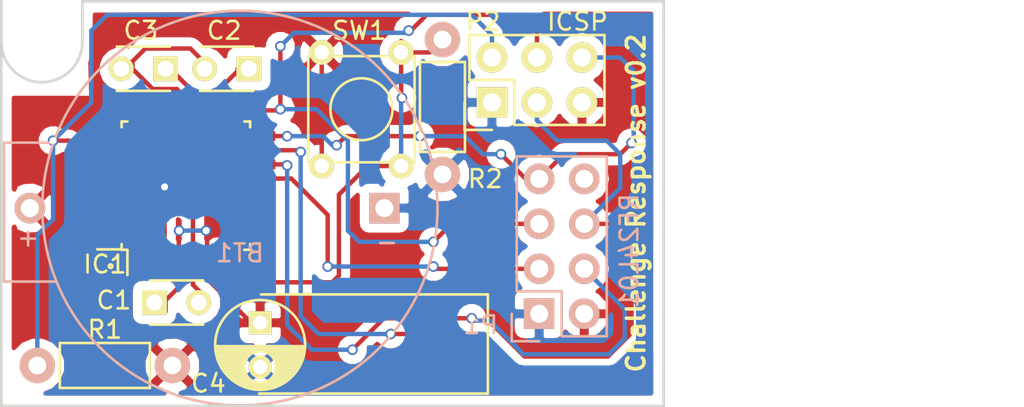
<source format=kicad_pcb>
(kicad_pcb (version 4) (host pcbnew 4.0.2-4+6225~38~ubuntu14.04.1-stable)

  (general
    (links 35)
    (no_connects 0)
    (area 127.648999 95.428999 185.690001 118.613449)
    (thickness 1.6)
    (drawings 9)
    (tracks 167)
    (zones 0)
    (modules 11)
    (nets 30)
  )

  (page A4)
  (layers
    (0 F.Cu signal)
    (31 B.Cu signal)
    (32 B.Adhes user hide)
    (33 F.Adhes user hide)
    (34 B.Paste user hide)
    (35 F.Paste user hide)
    (36 B.SilkS user)
    (37 F.SilkS user)
    (38 B.Mask user hide)
    (39 F.Mask user hide)
    (40 Dwgs.User user hide)
    (41 Cmts.User user hide)
    (42 Eco1.User user hide)
    (43 Eco2.User user hide)
    (44 Edge.Cuts user)
    (45 Margin user hide)
    (46 B.CrtYd user hide)
    (47 F.CrtYd user hide)
    (48 B.Fab user hide)
    (49 F.Fab user hide)
  )

  (setup
    (last_trace_width 0.25)
    (trace_clearance 0.2)
    (zone_clearance 0.508)
    (zone_45_only no)
    (trace_min 0.007874)
    (segment_width 0.2)
    (edge_width 0.15)
    (via_size 0.6)
    (via_drill 0.4)
    (via_min_size 0.015748)
    (via_min_drill 0.3)
    (uvia_size 0.3)
    (uvia_drill 0.1)
    (uvias_allowed no)
    (uvia_min_size 0.007874)
    (uvia_min_drill 0.1)
    (pcb_text_width 0.3)
    (pcb_text_size 1.5 1.5)
    (mod_edge_width 0.15)
    (mod_text_size 1 1)
    (mod_text_width 0.15)
    (pad_size 1.6 0.55)
    (pad_drill 0)
    (pad_to_mask_clearance 0.2)
    (aux_axis_origin 189.992 106.934)
    (grid_origin 189.992 106.934)
    (visible_elements FFFEFFFF)
    (pcbplotparams
      (layerselection 0x010f0_80000001)
      (usegerberextensions false)
      (excludeedgelayer true)
      (linewidth 0.100000)
      (plotframeref false)
      (viasonmask false)
      (mode 1)
      (useauxorigin false)
      (hpglpennumber 1)
      (hpglpenspeed 20)
      (hpglpendiameter 15)
      (hpglpenoverlay 2)
      (psnegative false)
      (psa4output false)
      (plotreference true)
      (plotvalue true)
      (plotinvisibletext false)
      (padsonsilk false)
      (subtractmaskfromsilk false)
      (outputformat 1)
      (mirror false)
      (drillshape 0)
      (scaleselection 1)
      (outputdirectory Gerberv0.2/))
  )

  (net 0 "")
  (net 1 VCC)
  (net 2 GND)
  (net 3 "Net-(C3-Pad1)")
  (net 4 "Net-(IC1-Pad1)")
  (net 5 "Net-(IC1-Pad2)")
  (net 6 "Net-(IC1-Pad9)")
  (net 7 "Net-(IC1-Pad10)")
  (net 8 "Net-(IC1-Pad11)")
  (net 9 "Net-(IC1-Pad12)")
  (net 10 "Net-(IC1-Pad13)")
  (net 11 "Net-(IC1-Pad14)")
  (net 12 "Net-(IC1-Pad15)")
  (net 13 "Net-(IC1-Pad16)")
  (net 14 "Net-(IC1-Pad17)")
  (net 15 "Net-(IC1-Pad19)")
  (net 16 "Net-(IC1-Pad23)")
  (net 17 "Net-(IC1-Pad24)")
  (net 18 "Net-(IC1-Pad25)")
  (net 19 "Net-(IC1-Pad26)")
  (net 20 "Net-(IC1-Pad27)")
  (net 21 "Net-(IC1-Pad28)")
  (net 22 "Net-(P1-Pad8)")
  (net 23 "Net-(IC1-Pad7)")
  (net 24 "Net-(IC1-Pad8)")
  (net 25 "Net-(IC1-Pad22)")
  (net 26 "Net-(IC1-Pad29)")
  (net 27 "Net-(IC1-Pad30)")
  (net 28 "Net-(IC1-Pad31)")
  (net 29 "Net-(IC1-Pad32)")

  (net_class Default "This is the default net class."
    (clearance 0.2)
    (trace_width 0.25)
    (via_dia 0.6)
    (via_drill 0.4)
    (uvia_dia 0.3)
    (uvia_drill 0.1)
    (add_net GND)
    (add_net "Net-(C3-Pad1)")
    (add_net "Net-(IC1-Pad1)")
    (add_net "Net-(IC1-Pad10)")
    (add_net "Net-(IC1-Pad11)")
    (add_net "Net-(IC1-Pad12)")
    (add_net "Net-(IC1-Pad13)")
    (add_net "Net-(IC1-Pad14)")
    (add_net "Net-(IC1-Pad15)")
    (add_net "Net-(IC1-Pad16)")
    (add_net "Net-(IC1-Pad17)")
    (add_net "Net-(IC1-Pad19)")
    (add_net "Net-(IC1-Pad2)")
    (add_net "Net-(IC1-Pad22)")
    (add_net "Net-(IC1-Pad23)")
    (add_net "Net-(IC1-Pad24)")
    (add_net "Net-(IC1-Pad25)")
    (add_net "Net-(IC1-Pad26)")
    (add_net "Net-(IC1-Pad27)")
    (add_net "Net-(IC1-Pad28)")
    (add_net "Net-(IC1-Pad29)")
    (add_net "Net-(IC1-Pad30)")
    (add_net "Net-(IC1-Pad31)")
    (add_net "Net-(IC1-Pad32)")
    (add_net "Net-(IC1-Pad7)")
    (add_net "Net-(IC1-Pad8)")
    (add_net "Net-(IC1-Pad9)")
    (add_net "Net-(P1-Pad8)")
    (add_net VCC)
  )

  (module fob:C_Disc_P2 (layer F.Cu) (tedit 570A9082) (tstamp 570A0F0A)
    (at 141.478 99.314 180)
    (descr "Capacitor 6mm Disc, Pitch 5mm")
    (tags Capacitor)
    (path /56D1D46D)
    (fp_text reference C2 (at 1.143 2.159 180) (layer F.SilkS)
      (effects (font (size 1 1) (thickness 0.15)))
    )
    (fp_text value 100n (at 1.05 2.35 180) (layer F.Fab)
      (effects (font (size 1 1) (thickness 0.15)))
    )
    (fp_line (start -0.95 -1.5) (end 2.95 -1.5) (layer F.CrtYd) (width 0.05))
    (fp_line (start 2.95 -1.5) (end 2.95 1.5) (layer F.CrtYd) (width 0.05))
    (fp_line (start 2.95 1.5) (end -0.95 1.5) (layer F.CrtYd) (width 0.05))
    (fp_line (start -0.95 1.5) (end -0.95 -1.5) (layer F.CrtYd) (width 0.05))
    (fp_line (start -0.5 -1.25) (end 2.5 -1.25) (layer F.SilkS) (width 0.15))
    (fp_line (start 2.5 1.25) (end -0.5 1.25) (layer F.SilkS) (width 0.15))
    (pad 1 thru_hole rect (at -0.25 0 180) (size 1.4 1.4) (drill 0.9) (layers *.Cu *.Mask F.SilkS)
      (net 1 VCC) (zone_connect 0))
    (pad 2 thru_hole circle (at 2.25 0 180) (size 1.4 1.4) (drill 0.9) (layers *.Cu *.Mask F.SilkS)
      (net 2 GND) (zone_connect 0))
    (model Capacitors_ThroughHole.3dshapes/C_Disc_D6_P5.wrl
      (at (xyz 0.0984252 0 0))
      (scale (xyz 1 1 1))
      (rotate (xyz 0 0 0))
    )
  )

  (module fob:C_Disc_P2 (layer F.Cu) (tedit 570A907B) (tstamp 570A0F16)
    (at 136.779 99.314 180)
    (descr "Capacitor 6mm Disc, Pitch 5mm")
    (tags Capacitor)
    (path /56D1D4FE)
    (fp_text reference C3 (at 1.143 2.159 180) (layer F.SilkS)
      (effects (font (size 1 1) (thickness 0.15)))
    )
    (fp_text value 100n (at 1.05 2.35 180) (layer F.Fab)
      (effects (font (size 1 1) (thickness 0.15)))
    )
    (fp_line (start -0.95 -1.5) (end 2.95 -1.5) (layer F.CrtYd) (width 0.05))
    (fp_line (start 2.95 -1.5) (end 2.95 1.5) (layer F.CrtYd) (width 0.05))
    (fp_line (start 2.95 1.5) (end -0.95 1.5) (layer F.CrtYd) (width 0.05))
    (fp_line (start -0.95 1.5) (end -0.95 -1.5) (layer F.CrtYd) (width 0.05))
    (fp_line (start -0.5 -1.25) (end 2.5 -1.25) (layer F.SilkS) (width 0.15))
    (fp_line (start 2.5 1.25) (end -0.5 1.25) (layer F.SilkS) (width 0.15))
    (pad 1 thru_hole rect (at -0.25 0 180) (size 1.4 1.4) (drill 0.9) (layers *.Cu *.Mask F.SilkS)
      (net 3 "Net-(C3-Pad1)") (zone_connect 0))
    (pad 2 thru_hole circle (at 2.25 0 180) (size 1.4 1.4) (drill 0.9) (layers *.Cu *.Mask F.SilkS)
      (net 2 GND) (zone_connect 0))
    (model Capacitors_ThroughHole.3dshapes/C_Disc_D6_P5.wrl
      (at (xyz 0.0984252 0 0))
      (scale (xyz 1 1 1))
      (rotate (xyz 0 0 0))
    )
  )

  (module C_Disc_P2.5 (layer F.Cu) (tedit 570A90D7) (tstamp 56DAED16)
    (at 136.652 112.522)
    (descr "Capacitor 6mm Disc, Pitch 5mm")
    (tags Capacitor)
    (path /56D1D350)
    (fp_text reference C1 (at -2.54 -0.127) (layer F.SilkS)
      (effects (font (size 1 1) (thickness 0.15)))
    )
    (fp_text value 100n (at 1.05 2.35) (layer F.Fab)
      (effects (font (size 1 1) (thickness 0.15)))
    )
    (fp_line (start -0.95 -1.5) (end 2.95 -1.5) (layer F.CrtYd) (width 0.05))
    (fp_line (start 2.95 -1.5) (end 2.95 1.5) (layer F.CrtYd) (width 0.05))
    (fp_line (start 2.95 1.5) (end -0.95 1.5) (layer F.CrtYd) (width 0.05))
    (fp_line (start -0.95 1.5) (end -0.95 -1.5) (layer F.CrtYd) (width 0.05))
    (fp_line (start -0.5 -1.25) (end 2.5 -1.25) (layer F.SilkS) (width 0.15))
    (fp_line (start 2.5 1.25) (end -0.5 1.25) (layer F.SilkS) (width 0.15))
    (pad 1 thru_hole rect (at -0.25 0) (size 1.4 1.4) (drill 0.9) (layers *.Cu *.Mask F.SilkS)
      (net 1 VCC) (zone_connect 0))
    (pad 2 thru_hole circle (at 2.25 0) (size 1.4 1.4) (drill 0.9) (layers *.Cu *.Mask F.SilkS)
      (net 2 GND) (zone_connect 0))
    (model Capacitors_ThroughHole.3dshapes/C_Disc_D6_P5.wrl
      (at (xyz 0.0984252 0 0))
      (scale (xyz 1 1 1))
      (rotate (xyz 0 0 0))
    )
  )

  (module Pin_Header_RF24L01 (layer B.Cu) (tedit 570A84ED) (tstamp 56DAF23D)
    (at 158.115 113.157)
    (descr "Through hole pin header")
    (tags "pin header")
    (path /56D1B6A6)
    (fp_text reference P1 (at -3.302 0.635) (layer B.SilkS)
      (effects (font (size 1 1) (thickness 0.15)) (justify mirror))
    )
    (fp_text value RF24L01 (at 5.08 -3.556 90) (layer B.SilkS)
      (effects (font (size 1 1) (thickness 0.15)) (justify mirror))
    )
    (fp_line (start 27.3 1.75) (end 27.3 -14.4) (layer Dwgs.User) (width 0.15))
    (fp_line (start 15.3 1.75) (end 27.25 1.75) (layer Dwgs.User) (width 0.15))
    (fp_line (start 15.3 -14.4) (end 27.2 -14.4) (layer Dwgs.User) (width 0.15))
    (fp_text user Antenna (at 20.8 -6.2 270) (layer Dwgs.User)
      (effects (font (size 1 1) (thickness 0.15)))
    )
    (fp_line (start 15.3 1.75) (end 15.3 -14.4) (layer Dwgs.User) (width 0.15))
    (fp_line (start 27.3 1.75) (end 27.3 -14.4) (layer B.CrtYd) (width 0.05))
    (fp_line (start -1.75 -14.4) (end 27.3 -14.4) (layer B.CrtYd) (width 0.05))
    (fp_line (start -1.75 1.75) (end -1.75 -14.4) (layer B.CrtYd) (width 0.05))
    (fp_line (start 4.3 1.75) (end 4.3 -9.4) (layer B.CrtYd) (width 0.05))
    (fp_line (start -1.75 1.75) (end 27.3 1.75) (layer B.CrtYd) (width 0.05))
    (fp_line (start -1.75 -9.4) (end 4.3 -9.4) (layer B.CrtYd) (width 0.05))
    (fp_line (start -1.27 -1.27) (end -1.27 -8.89) (layer B.SilkS) (width 0.15))
    (fp_line (start -1.27 -8.89) (end 3.81 -8.89) (layer B.SilkS) (width 0.15))
    (fp_line (start 3.81 -8.89) (end 3.81 1.27) (layer B.SilkS) (width 0.15))
    (fp_line (start 3.81 1.27) (end 1.27 1.27) (layer B.SilkS) (width 0.15))
    (fp_line (start 0 1.55) (end -1.55 1.55) (layer B.SilkS) (width 0.15))
    (fp_line (start 1.27 1.27) (end 1.27 -1.27) (layer B.SilkS) (width 0.15))
    (fp_line (start 1.27 -1.27) (end -1.27 -1.27) (layer B.SilkS) (width 0.15))
    (fp_line (start -1.55 1.55) (end -1.55 0) (layer B.SilkS) (width 0.15))
    (pad 1 thru_hole rect (at 0 0) (size 1.7272 1.7272) (drill 1.016) (layers *.Cu *.Mask B.SilkS)
      (net 2 GND))
    (pad 2 thru_hole oval (at 2.54 0) (size 1.7272 1.7272) (drill 1.016) (layers *.Cu *.Mask B.SilkS)
      (net 1 VCC))
    (pad 3 thru_hole oval (at 0 -2.54) (size 1.7272 1.7272) (drill 1.016) (layers *.Cu *.Mask B.SilkS)
      (net 10 "Net-(IC1-Pad13)"))
    (pad 4 thru_hole oval (at 2.54 -2.54) (size 1.7272 1.7272) (drill 1.016) (layers *.Cu *.Mask B.SilkS)
      (net 11 "Net-(IC1-Pad14)"))
    (pad 5 thru_hole oval (at 0 -5.08) (size 1.7272 1.7272) (drill 1.016) (layers *.Cu *.Mask B.SilkS)
      (net 14 "Net-(IC1-Pad17)"))
    (pad 6 thru_hole oval (at 2.54 -5.08) (size 1.7272 1.7272) (drill 1.016) (layers *.Cu *.Mask B.SilkS)
      (net 12 "Net-(IC1-Pad15)"))
    (pad 7 thru_hole oval (at 0 -7.62) (size 1.7272 1.7272) (drill 1.016) (layers *.Cu *.Mask B.SilkS)
      (net 13 "Net-(IC1-Pad16)"))
    (pad 8 thru_hole oval (at 2.54 -7.62) (size 1.7272 1.7272) (drill 1.016) (layers *.Cu *.Mask B.SilkS)
      (net 22 "Net-(P1-Pad8)"))
    (model Pin_Headers.3dshapes/Pin_Header_Straight_2x04.wrl
      (at (xyz 0.05 -0.15 0))
      (scale (xyz 1 1 1))
      (rotate (xyz 0 0 90))
    )
  )

  (module C_Radial_D5_L6_P2.5_length (layer F.Cu) (tedit 570A7161) (tstamp 56DAEB8B)
    (at 142.367 113.665 270)
    (descr "Radial Electrolytic Capacitor Diameter 5mm x Length 6mm, Pitch 2.5mm")
    (tags "Electrolytic Capacitor")
    (path /56DA8E6B)
    (fp_text reference C4 (at 3.429 2.921 540) (layer F.SilkS)
      (effects (font (size 1 1) (thickness 0.15)))
    )
    (fp_text value 10uF (at 1.25 3.8 270) (layer F.Fab)
      (effects (font (size 1 1) (thickness 0.15)))
    )
    (fp_line (start -1.6 -12.85) (end 4 -12.85) (layer F.SilkS) (width 0.15))
    (fp_line (start 4 0.05) (end 4 -12.8) (layer F.SilkS) (width 0.15))
    (fp_line (start -1.6 -0.05) (end -1.6 -12.85) (layer F.SilkS) (width 0.15))
    (fp_line (start 1.325 -2.499) (end 1.325 2.499) (layer F.SilkS) (width 0.15))
    (fp_line (start 1.465 -2.491) (end 1.465 2.491) (layer F.SilkS) (width 0.15))
    (fp_line (start 1.605 -2.475) (end 1.605 -0.095) (layer F.SilkS) (width 0.15))
    (fp_line (start 1.605 0.095) (end 1.605 2.475) (layer F.SilkS) (width 0.15))
    (fp_line (start 1.745 -2.451) (end 1.745 -0.49) (layer F.SilkS) (width 0.15))
    (fp_line (start 1.745 0.49) (end 1.745 2.451) (layer F.SilkS) (width 0.15))
    (fp_line (start 1.885 -2.418) (end 1.885 -0.657) (layer F.SilkS) (width 0.15))
    (fp_line (start 1.885 0.657) (end 1.885 2.418) (layer F.SilkS) (width 0.15))
    (fp_line (start 2.025 -2.377) (end 2.025 -0.764) (layer F.SilkS) (width 0.15))
    (fp_line (start 2.025 0.764) (end 2.025 2.377) (layer F.SilkS) (width 0.15))
    (fp_line (start 2.165 -2.327) (end 2.165 -0.835) (layer F.SilkS) (width 0.15))
    (fp_line (start 2.165 0.835) (end 2.165 2.327) (layer F.SilkS) (width 0.15))
    (fp_line (start 2.305 -2.266) (end 2.305 -0.879) (layer F.SilkS) (width 0.15))
    (fp_line (start 2.305 0.879) (end 2.305 2.266) (layer F.SilkS) (width 0.15))
    (fp_line (start 2.445 -2.196) (end 2.445 -0.898) (layer F.SilkS) (width 0.15))
    (fp_line (start 2.445 0.898) (end 2.445 2.196) (layer F.SilkS) (width 0.15))
    (fp_line (start 2.585 -2.114) (end 2.585 -0.896) (layer F.SilkS) (width 0.15))
    (fp_line (start 2.585 0.896) (end 2.585 2.114) (layer F.SilkS) (width 0.15))
    (fp_line (start 2.725 -2.019) (end 2.725 -0.871) (layer F.SilkS) (width 0.15))
    (fp_line (start 2.725 0.871) (end 2.725 2.019) (layer F.SilkS) (width 0.15))
    (fp_line (start 2.865 -1.908) (end 2.865 -0.823) (layer F.SilkS) (width 0.15))
    (fp_line (start 2.865 0.823) (end 2.865 1.908) (layer F.SilkS) (width 0.15))
    (fp_line (start 3.005 -1.78) (end 3.005 -0.745) (layer F.SilkS) (width 0.15))
    (fp_line (start 3.005 0.745) (end 3.005 1.78) (layer F.SilkS) (width 0.15))
    (fp_line (start 3.145 -1.631) (end 3.145 -0.628) (layer F.SilkS) (width 0.15))
    (fp_line (start 3.145 0.628) (end 3.145 1.631) (layer F.SilkS) (width 0.15))
    (fp_line (start 3.285 -1.452) (end 3.285 -0.44) (layer F.SilkS) (width 0.15))
    (fp_line (start 3.285 0.44) (end 3.285 1.452) (layer F.SilkS) (width 0.15))
    (fp_line (start 3.425 -1.233) (end 3.425 1.233) (layer F.SilkS) (width 0.15))
    (fp_line (start 3.565 -0.944) (end 3.565 0.944) (layer F.SilkS) (width 0.15))
    (fp_line (start 3.705 -0.472) (end 3.705 0.472) (layer F.SilkS) (width 0.15))
    (fp_circle (center 2.5 0) (end 2.5 -0.9) (layer F.SilkS) (width 0.15))
    (fp_circle (center 1.25 0) (end 1.25 -2.5375) (layer F.SilkS) (width 0.15))
    (fp_circle (center 1.25 0) (end 1.25 -2.8) (layer F.CrtYd) (width 0.05))
    (pad 1 thru_hole rect (at 0 0 270) (size 1.3 1.3) (drill 0.8) (layers *.Cu *.Mask F.SilkS)
      (net 1 VCC))
    (pad 2 thru_hole circle (at 2.5 0 270) (size 1.3 1.3) (drill 0.8) (layers *.Cu *.Mask F.SilkS)
      (net 2 GND))
    (model Capacitors_ThroughHole.3dshapes/C_Radial_D5_L6_P2.5.wrl
      (at (xyz 0.0492126 0 0))
      (scale (xyz 1 1 1))
      (rotate (xyz 0 0 90))
    )
  )

  (module TQFP-32_7x7mm_Pitch0.8mm (layer F.Cu) (tedit 570A7FF2) (tstamp 56DAD358)
    (at 138.176 105.918 90)
    (descr "32-Lead Plastic Thin Quad Flatpack (PT) - 7x7x1.0 mm Body, 2.00 mm [TQFP] (see Microchip Packaging Specification 00000049BS.pdf)")
    (tags "QFP 0.8")
    (path /56D1AAD2)
    (attr smd)
    (fp_text reference IC1 (at -4.445 -4.572 180) (layer F.SilkS)
      (effects (font (size 1 1) (thickness 0.15)))
    )
    (fp_text value ATMEGA328-P (at 0 6.05 90) (layer F.Fab)
      (effects (font (size 1 1) (thickness 0.15)))
    )
    (fp_circle (center -4.55 -4.25) (end -4.45 -4.25) (layer F.SilkS) (width 0.15))
    (fp_line (start -3.6 -3.65) (end -3.6 -4.95) (layer F.SilkS) (width 0.15))
    (fp_line (start -3.6 -4.95) (end -3.6 -5) (layer F.SilkS) (width 0.15))
    (fp_line (start -5.3 -5.3) (end -5.3 5.3) (layer F.CrtYd) (width 0.05))
    (fp_line (start 5.3 -5.3) (end 5.3 5.3) (layer F.CrtYd) (width 0.05))
    (fp_line (start -5.3 -5.3) (end 5.3 -5.3) (layer F.CrtYd) (width 0.05))
    (fp_line (start -5.3 5.3) (end 5.3 5.3) (layer F.CrtYd) (width 0.05))
    (fp_line (start -3.625 -3.625) (end -3.625 -3.3) (layer F.SilkS) (width 0.15))
    (fp_line (start 3.625 -3.625) (end 3.625 -3.3) (layer F.SilkS) (width 0.15))
    (fp_line (start 3.625 3.625) (end 3.625 3.3) (layer F.SilkS) (width 0.15))
    (fp_line (start -3.625 3.625) (end -3.625 3.3) (layer F.SilkS) (width 0.15))
    (fp_line (start -3.625 -3.625) (end -3.3 -3.625) (layer F.SilkS) (width 0.15))
    (fp_line (start -3.625 3.625) (end -3.3 3.625) (layer F.SilkS) (width 0.15))
    (fp_line (start 3.625 3.625) (end 3.3 3.625) (layer F.SilkS) (width 0.15))
    (fp_line (start 3.625 -3.625) (end 3.3 -3.625) (layer F.SilkS) (width 0.15))
    (fp_line (start -3.625 -3.3) (end -5.05 -3.3) (layer F.SilkS) (width 0.15))
    (pad 1 smd rect (at -4.25 -2.8 90) (size 1.6 0.55) (layers F.Cu F.Paste F.Mask)
      (net 4 "Net-(IC1-Pad1)"))
    (pad 2 smd rect (at -4.25 -2 90) (size 1.6 0.55) (layers F.Cu F.Paste F.Mask)
      (net 5 "Net-(IC1-Pad2)"))
    (pad 3 smd rect (at -4.25 -1.2 90) (size 1.6 0.55) (layers F.Cu F.Paste F.Mask)
      (net 2 GND) (zone_connect 0))
    (pad 4 smd rect (at -4.25 -0.4 90) (size 1.6 0.55) (layers F.Cu F.Paste F.Mask)
      (net 1 VCC))
    (pad 5 smd rect (at -4.25 0.4 90) (size 1.6 0.55) (layers F.Cu F.Paste F.Mask)
      (net 2 GND))
    (pad 6 smd rect (at -4.25 1.2 90) (size 1.6 0.55) (layers F.Cu F.Paste F.Mask)
      (net 1 VCC))
    (pad 7 smd rect (at -4.25 2 90) (size 1.6 0.55) (layers F.Cu F.Paste F.Mask)
      (net 23 "Net-(IC1-Pad7)"))
    (pad 8 smd rect (at -4.25 2.8 90) (size 1.6 0.55) (layers F.Cu F.Paste F.Mask)
      (net 24 "Net-(IC1-Pad8)"))
    (pad 9 smd rect (at -2.8 4.25 180) (size 1.6 0.55) (layers F.Cu F.Paste F.Mask)
      (net 6 "Net-(IC1-Pad9)"))
    (pad 10 smd rect (at -2 4.25 180) (size 1.6 0.55) (layers F.Cu F.Paste F.Mask)
      (net 7 "Net-(IC1-Pad10)"))
    (pad 11 smd rect (at -1.2 4.25 180) (size 1.6 0.55) (layers F.Cu F.Paste F.Mask)
      (net 8 "Net-(IC1-Pad11)"))
    (pad 12 smd rect (at -0.4 4.25 180) (size 1.6 0.55) (layers F.Cu F.Paste F.Mask)
      (net 9 "Net-(IC1-Pad12)"))
    (pad 13 smd rect (at 0.4 4.25 180) (size 1.6 0.55) (layers F.Cu F.Paste F.Mask)
      (net 10 "Net-(IC1-Pad13)"))
    (pad 14 smd rect (at 1.2 4.25 180) (size 1.6 0.55) (layers F.Cu F.Paste F.Mask)
      (net 11 "Net-(IC1-Pad14)"))
    (pad 15 smd rect (at 2 4.25 180) (size 1.6 0.55) (layers F.Cu F.Paste F.Mask)
      (net 12 "Net-(IC1-Pad15)"))
    (pad 16 smd rect (at 2.8 4.25 180) (size 1.6 0.55) (layers F.Cu F.Paste F.Mask)
      (net 13 "Net-(IC1-Pad16)"))
    (pad 17 smd rect (at 4.25 2.8 90) (size 1.6 0.55) (layers F.Cu F.Paste F.Mask)
      (net 14 "Net-(IC1-Pad17)"))
    (pad 18 smd rect (at 4.25 2 90) (size 1.6 0.55) (layers F.Cu F.Paste F.Mask)
      (net 1 VCC))
    (pad 19 smd rect (at 4.25 1.2 90) (size 1.6 0.55) (layers F.Cu F.Paste F.Mask)
      (net 15 "Net-(IC1-Pad19)"))
    (pad 20 smd rect (at 4.25 0.4 90) (size 1.6 0.55) (layers F.Cu F.Paste F.Mask)
      (net 3 "Net-(C3-Pad1)"))
    (pad 21 smd rect (at 4.25 -0.4 90) (size 1.6 0.55) (layers F.Cu F.Paste F.Mask)
      (net 2 GND))
    (pad 22 smd rect (at 4.25 -1.2 90) (size 1.6 0.55) (layers F.Cu F.Paste F.Mask)
      (net 25 "Net-(IC1-Pad22)"))
    (pad 23 smd rect (at 4.25 -2 90) (size 1.6 0.55) (layers F.Cu F.Paste F.Mask)
      (net 16 "Net-(IC1-Pad23)"))
    (pad 24 smd rect (at 4.25 -2.8 90) (size 1.6 0.55) (layers F.Cu F.Paste F.Mask)
      (net 17 "Net-(IC1-Pad24)"))
    (pad 25 smd rect (at 2.8 -4.25 180) (size 1.6 0.55) (layers F.Cu F.Paste F.Mask)
      (net 18 "Net-(IC1-Pad25)"))
    (pad 26 smd rect (at 2 -4.25 180) (size 1.6 0.55) (layers F.Cu F.Paste F.Mask)
      (net 19 "Net-(IC1-Pad26)"))
    (pad 27 smd rect (at 1.2 -4.25 180) (size 1.6 0.55) (layers F.Cu F.Paste F.Mask)
      (net 20 "Net-(IC1-Pad27)"))
    (pad 28 smd rect (at 0.4 -4.25 180) (size 1.6 0.55) (layers F.Cu F.Paste F.Mask)
      (net 21 "Net-(IC1-Pad28)"))
    (pad 29 smd rect (at -0.4 -4.25 180) (size 1.6 0.55) (layers F.Cu F.Paste F.Mask)
      (net 26 "Net-(IC1-Pad29)"))
    (pad 30 smd rect (at -1.2 -4.25 180) (size 1.6 0.55) (layers F.Cu F.Paste F.Mask)
      (net 27 "Net-(IC1-Pad30)"))
    (pad 31 smd rect (at -2 -4.25 180) (size 1.6 0.55) (layers F.Cu F.Paste F.Mask)
      (net 28 "Net-(IC1-Pad31)"))
    (pad 32 smd rect (at -2.8 -4.25 180) (size 1.6 0.55) (layers F.Cu F.Paste F.Mask)
      (net 29 "Net-(IC1-Pad32)"))
    (model Housings_QFP.3dshapes/TQFP-32_7x7mm_Pitch0.8mm.wrl
      (at (xyz 0 0 0))
      (scale (xyz 1 1 1))
      (rotate (xyz 0 0 0))
    )
  )

  (module Pin_Headers:Pin_Header_Straight_2x03 (layer F.Cu) (tedit 570A7234) (tstamp 56DAD36E)
    (at 155.448 101.219 90)
    (descr "Through hole pin header")
    (tags "pin header")
    (path /56D1CEAB)
    (fp_text reference P2 (at 4.572 -0.508 360) (layer F.SilkS)
      (effects (font (size 1 1) (thickness 0.15)))
    )
    (fp_text value ICSP (at 4.572 4.826 180) (layer F.SilkS)
      (effects (font (size 1 1) (thickness 0.15)))
    )
    (fp_line (start -1.27 1.27) (end -1.27 6.35) (layer F.SilkS) (width 0.15))
    (fp_line (start -1.55 -1.55) (end 0 -1.55) (layer F.SilkS) (width 0.15))
    (fp_line (start -1.75 -1.75) (end -1.75 6.85) (layer F.CrtYd) (width 0.05))
    (fp_line (start 4.3 -1.75) (end 4.3 6.85) (layer F.CrtYd) (width 0.05))
    (fp_line (start -1.75 -1.75) (end 4.3 -1.75) (layer F.CrtYd) (width 0.05))
    (fp_line (start -1.75 6.85) (end 4.3 6.85) (layer F.CrtYd) (width 0.05))
    (fp_line (start 1.27 -1.27) (end 1.27 1.27) (layer F.SilkS) (width 0.15))
    (fp_line (start 1.27 1.27) (end -1.27 1.27) (layer F.SilkS) (width 0.15))
    (fp_line (start -1.27 6.35) (end 3.81 6.35) (layer F.SilkS) (width 0.15))
    (fp_line (start 3.81 6.35) (end 3.81 1.27) (layer F.SilkS) (width 0.15))
    (fp_line (start -1.55 -1.55) (end -1.55 0) (layer F.SilkS) (width 0.15))
    (fp_line (start 3.81 -1.27) (end 1.27 -1.27) (layer F.SilkS) (width 0.15))
    (fp_line (start 3.81 1.27) (end 3.81 -1.27) (layer F.SilkS) (width 0.15))
    (pad 1 thru_hole rect (at 0 0 90) (size 1.7272 1.7272) (drill 1.016) (layers *.Cu *.Mask F.SilkS)
      (net 2 GND))
    (pad 2 thru_hole oval (at 2.54 0 90) (size 1.7272 1.7272) (drill 1.016) (layers *.Cu *.Mask F.SilkS)
      (net 26 "Net-(IC1-Pad29)"))
    (pad 3 thru_hole oval (at 0 2.54 90) (size 1.7272 1.7272) (drill 1.016) (layers *.Cu *.Mask F.SilkS)
      (net 12 "Net-(IC1-Pad15)"))
    (pad 4 thru_hole oval (at 2.54 2.54 90) (size 1.7272 1.7272) (drill 1.016) (layers *.Cu *.Mask F.SilkS)
      (net 14 "Net-(IC1-Pad17)"))
    (pad 5 thru_hole oval (at 0 5.08 90) (size 1.7272 1.7272) (drill 1.016) (layers *.Cu *.Mask F.SilkS)
      (net 1 VCC))
    (pad 6 thru_hole oval (at 2.54 5.08 90) (size 1.7272 1.7272) (drill 1.016) (layers *.Cu *.Mask F.SilkS)
      (net 13 "Net-(IC1-Pad16)"))
    (model Pin_Headers.3dshapes/Pin_Header_Straight_2x03.wrl
      (at (xyz 0.05 -0.1 0))
      (scale (xyz 1 1 1))
      (rotate (xyz 0 0 90))
    )
  )

  (module fob:SW_PUSH_6mm (layer F.Cu) (tedit 570A713E) (tstamp 56DAE43F)
    (at 148.082 101.6 270)
    (path /56D1AB7B)
    (fp_text reference SW1 (at -4.445 0.127 360) (layer F.SilkS)
      (effects (font (size 1 1) (thickness 0.15)))
    )
    (fp_text value SW_PUSH (at 0 1.016 270) (layer F.Fab)
      (effects (font (size 1 1) (thickness 0.15)))
    )
    (fp_circle (center 0 0) (end 0 -1.75) (layer F.SilkS) (width 0.15))
    (fp_line (start -3 -3) (end 3 -3) (layer F.SilkS) (width 0.15))
    (fp_line (start 3 -3) (end 3 3) (layer F.SilkS) (width 0.15))
    (fp_line (start 3 3) (end -3 3) (layer F.SilkS) (width 0.15))
    (fp_line (start -3 -3) (end -3 3) (layer F.SilkS) (width 0.15))
    (pad 1 thru_hole circle (at 3.21 -2.24 270) (size 1.397 1.397) (drill 0.8128) (layers *.Cu *.Mask F.SilkS)
      (net 6 "Net-(IC1-Pad9)"))
    (pad 2 thru_hole circle (at 3.21 2.24 270) (size 1.397 1.397) (drill 0.8128) (layers *.Cu *.Mask F.SilkS)
      (net 1 VCC))
    (pad 1 thru_hole circle (at -3.21 -2.24 270) (size 1.397 1.397) (drill 0.8128) (layers *.Cu *.Mask F.SilkS)
      (net 6 "Net-(IC1-Pad9)"))
    (pad 2 thru_hole circle (at -3.21 2.24 270) (size 1.397 1.397) (drill 0.8128) (layers *.Cu *.Mask F.SilkS)
      (net 1 VCC))
  )

  (module Resistors_ThroughHole:Resistor_Horizontal_RM7mm (layer F.Cu) (tedit 570A6AA1) (tstamp 56DAEB97)
    (at 137.414 116.078 180)
    (descr "Resistor, Axial,  RM 7.62mm, 1/3W,")
    (tags "Resistor Axial RM 7.62mm 1/3W R3")
    (path /56D1AEE6)
    (fp_text reference R1 (at 3.81 2.032 180) (layer F.SilkS)
      (effects (font (size 1 1) (thickness 0.15)))
    )
    (fp_text value 10K (at 3.81 3.81 180) (layer F.Fab)
      (effects (font (size 1 1) (thickness 0.15)))
    )
    (fp_line (start -1.25 -1.5) (end 8.85 -1.5) (layer F.CrtYd) (width 0.05))
    (fp_line (start -1.25 1.5) (end -1.25 -1.5) (layer F.CrtYd) (width 0.05))
    (fp_line (start 8.85 -1.5) (end 8.85 1.5) (layer F.CrtYd) (width 0.05))
    (fp_line (start -1.25 1.5) (end 8.85 1.5) (layer F.CrtYd) (width 0.05))
    (fp_line (start 1.27 -1.27) (end 6.35 -1.27) (layer F.SilkS) (width 0.15))
    (fp_line (start 6.35 -1.27) (end 6.35 1.27) (layer F.SilkS) (width 0.15))
    (fp_line (start 6.35 1.27) (end 1.27 1.27) (layer F.SilkS) (width 0.15))
    (fp_line (start 1.27 1.27) (end 1.27 -1.27) (layer F.SilkS) (width 0.15))
    (pad 1 thru_hole circle (at 0 0 180) (size 1.99898 1.99898) (drill 1.00076) (layers *.Cu *.SilkS *.Mask)
      (net 1 VCC))
    (pad 2 thru_hole circle (at 7.62 0 180) (size 1.99898 1.99898) (drill 1.00076) (layers *.Cu *.SilkS *.Mask)
      (net 26 "Net-(IC1-Pad29)"))
  )

  (module Resistors_ThroughHole:Resistor_Horizontal_RM7mm (layer F.Cu) (tedit 570A71E6) (tstamp 56DAEB9D)
    (at 152.654 105.283 90)
    (descr "Resistor, Axial,  RM 7.62mm, 1/3W,")
    (tags "Resistor Axial RM 7.62mm 1/3W R3")
    (path /56D1AD6E)
    (fp_text reference R2 (at -0.254 2.413 180) (layer F.SilkS)
      (effects (font (size 1 1) (thickness 0.15)))
    )
    (fp_text value 10K (at 3.81 3.81 90) (layer F.Fab)
      (effects (font (size 1 1) (thickness 0.15)))
    )
    (fp_line (start -1.25 -1.5) (end 8.85 -1.5) (layer F.CrtYd) (width 0.05))
    (fp_line (start -1.25 1.5) (end -1.25 -1.5) (layer F.CrtYd) (width 0.05))
    (fp_line (start 8.85 -1.5) (end 8.85 1.5) (layer F.CrtYd) (width 0.05))
    (fp_line (start -1.25 1.5) (end 8.85 1.5) (layer F.CrtYd) (width 0.05))
    (fp_line (start 1.27 -1.27) (end 6.35 -1.27) (layer F.SilkS) (width 0.15))
    (fp_line (start 6.35 -1.27) (end 6.35 1.27) (layer F.SilkS) (width 0.15))
    (fp_line (start 6.35 1.27) (end 1.27 1.27) (layer F.SilkS) (width 0.15))
    (fp_line (start 1.27 1.27) (end 1.27 -1.27) (layer F.SilkS) (width 0.15))
    (pad 1 thru_hole circle (at 0 0 90) (size 1.99898 1.99898) (drill 1.00076) (layers *.Cu *.SilkS *.Mask)
      (net 2 GND))
    (pad 2 thru_hole circle (at 7.62 0 90) (size 1.99898 1.99898) (drill 1.00076) (layers *.Cu *.SilkS *.Mask)
      (net 6 "Net-(IC1-Pad9)"))
  )

  (module fob:CR2032 (layer B.Cu) (tedit 570A0215) (tstamp 570A5BEF)
    (at 141.224 107.188 180)
    (path /56D1CE95)
    (fp_text reference BT1 (at 0 -2.54 180) (layer B.SilkS)
      (effects (font (size 1 1) (thickness 0.15)) (justify mirror))
    )
    (fp_text value CR2032 (at 0 2.54 180) (layer B.Fab)
      (effects (font (size 1 1) (thickness 0.15)) (justify mirror))
    )
    (fp_text user + (at 11.95 -1.65 180) (layer B.SilkS)
      (effects (font (size 1 1) (thickness 0.15)) (justify mirror))
    )
    (fp_text user - (at -8.3 -1.9 180) (layer B.SilkS)
      (effects (font (size 1 1) (thickness 0.15)) (justify mirror))
    )
    (fp_line (start 13.3 3.7) (end 10.55 3.7) (layer B.SilkS) (width 0.15))
    (fp_line (start 10.35 -4.15) (end 13.3 -4.15) (layer B.SilkS) (width 0.15))
    (fp_line (start 13.3 -4.15) (end 13.3 3.7) (layer B.SilkS) (width 0.15))
    (fp_circle (center 0 0) (end 11.15 -0.1) (layer B.SilkS) (width 0.15))
    (pad 2 thru_hole rect (at -8.15 0 180) (size 1.7272 1.7272) (drill 1.016) (layers *.Cu *.Mask B.SilkS)
      (net 2 GND))
    (pad 1 thru_hole circle (at 11.85 0 180) (size 1.7272 1.7272) (drill 1.016) (layers *.Cu *.Mask B.SilkS)
      (net 1 VCC))
  )

  (gr_line (start 165.133 95.504) (end 132.334 95.504) (angle 90) (layer Edge.Cuts) (width 0.15))
  (gr_line (start 127.762 118.364) (end 165.133 118.364) (angle 90) (layer Edge.Cuts) (width 0.15))
  (gr_line (start 165.133 95.504) (end 165.133 118.364) (angle 90) (layer Edge.Cuts) (width 0.15))
  (gr_line (start 132.334 97.79) (end 132.334 95.504) (angle 90) (layer Edge.Cuts) (width 0.15))
  (gr_text "Challenge Response v0.2" (at 163.576 116.586 90) (layer F.SilkS)
    (effects (font (size 1 1) (thickness 0.2)) (justify left))
  )
  (gr_line (start 127.762 118.364) (end 127.762 95.504) (angle 90) (layer Edge.Cuts) (width 0.15))
  (gr_arc (start 130.048 97.79) (end 130.048 100.076) (angle 90) (layer Edge.Cuts) (width 0.15))
  (gr_arc (start 130.048 97.79) (end 132.334 97.79) (angle 90) (layer Edge.Cuts) (width 0.15))
  (gr_line (start 127.762 95.504) (end 127.762 97.79) (angle 90) (layer Edge.Cuts) (width 0.15))

  (segment (start 145.842 104.81) (end 145.842 98.39) (width 0.25) (layer F.Cu) (net 1) (status 30))
  (segment (start 137.776 110.168) (end 137.776 108.477) (width 0.25) (layer F.Cu) (net 1) (status 10))
  (via (at 139.319 108.458) (size 0.6) (drill 0.4) (layers F.Cu B.Cu) (net 1))
  (segment (start 137.795 108.458) (end 139.319 108.458) (width 0.25) (layer B.Cu) (net 1) (tstamp 570A7DF1))
  (via (at 137.795 108.458) (size 0.6) (drill 0.4) (layers F.Cu B.Cu) (net 1))
  (segment (start 137.776 108.477) (end 137.795 108.458) (width 0.25) (layer F.Cu) (net 1) (tstamp 570A7DEA))
  (segment (start 139.319 108.458) (end 139.376 108.458) (width 0.25) (layer F.Cu) (net 1) (tstamp 570A7DFB))
  (segment (start 139.376 108.458) (end 139.319 108.458) (width 0.25) (layer F.Cu) (net 1) (tstamp 570A7DFC))
  (segment (start 139.319 108.458) (end 139.376 108.458) (width 0.25) (layer F.Cu) (net 1) (tstamp 570A7DFE))
  (segment (start 139.376 110.168) (end 139.376 111.182) (width 0.25) (layer F.Cu) (net 1) (status 10))
  (segment (start 139.376 111.182) (end 141.859 113.665) (width 0.25) (layer F.Cu) (net 1) (tstamp 570A7B4C) (status 20))
  (segment (start 141.859 113.665) (end 142.367 113.665) (width 0.25) (layer F.Cu) (net 1) (tstamp 570A7B5F) (status 30))
  (segment (start 141.097 99.314) (end 141.097 99.441) (width 0.25) (layer F.Cu) (net 1) (status 30))
  (segment (start 141.097 99.441) (end 140.176 100.362) (width 0.25) (layer F.Cu) (net 1) (tstamp 570A7A4F) (status 10))
  (segment (start 140.176 100.362) (end 140.176 101.668) (width 0.25) (layer F.Cu) (net 1) (tstamp 570A7A50) (status 20))
  (segment (start 140.176 101.668) (end 140.176 106.966) (width 0.25) (layer F.Cu) (net 1) (status 10))
  (segment (start 140.176 106.966) (end 139.376 107.766) (width 0.25) (layer F.Cu) (net 1) (tstamp 570A69E6))
  (segment (start 139.376 107.766) (end 139.376 108.458) (width 0.25) (layer F.Cu) (net 1) (tstamp 570A69EA))
  (segment (start 139.376 108.458) (end 139.376 110.168) (width 0.25) (layer F.Cu) (net 1) (tstamp 570A7DFF) (status 20))
  (segment (start 137.033 113.03) (end 137.033 112.395) (width 0.25) (layer F.Cu) (net 1) (status 30))
  (segment (start 137.033 112.395) (end 137.776 111.652) (width 0.25) (layer F.Cu) (net 1) (tstamp 570A6994) (status 10))
  (segment (start 137.776 111.652) (end 137.776 110.168) (width 0.25) (layer F.Cu) (net 1) (tstamp 570A6995) (status 20))
  (segment (start 138.576 107.588) (end 136.976 105.988) (width 0.25) (layer F.Cu) (net 2))
  (via (at 136.976 105.988) (size 0.6) (drill 0.4) (layers F.Cu B.Cu) (net 2))
  (segment (start 136.976 105.988) (end 137.033 106.045) (width 0.25) (layer B.Cu) (net 2) (tstamp 570A815C))
  (segment (start 139.097 99.314) (end 139.097 98.838) (width 0.25) (layer F.Cu) (net 2) (status 30))
  (segment (start 139.097 98.838) (end 138.43 98.171) (width 0.25) (layer F.Cu) (net 2) (tstamp 570A8083) (status 10))
  (segment (start 135.89 98.171) (end 135.16 98.901) (width 0.25) (layer F.Cu) (net 2) (tstamp 570A8089))
  (segment (start 138.43 98.171) (end 135.89 98.171) (width 0.25) (layer F.Cu) (net 2) (tstamp 570A8087))
  (segment (start 135.16 98.901) (end 135.16 99.314) (width 0.25) (layer F.Cu) (net 2) (tstamp 570A808D) (status 20))
  (segment (start 138.576 110.168) (end 138.576 107.588) (width 0.25) (layer F.Cu) (net 2) (status 10))
  (segment (start 136.976 110.168) (end 136.976 105.988) (width 0.25) (layer F.Cu) (net 2) (tstamp 570A7C12) (status 10))
  (segment (start 136.976 105.988) (end 136.976 104.324) (width 0.25) (layer F.Cu) (net 2) (tstamp 570A7DDF))
  (segment (start 137.776 103.524) (end 137.776 101.668) (width 0.25) (layer F.Cu) (net 2) (tstamp 570A69FB) (status 20))
  (segment (start 136.976 104.324) (end 137.776 103.524) (width 0.25) (layer F.Cu) (net 2) (tstamp 570A69F9))
  (segment (start 137.776 101.668) (end 137.776 100.565) (width 0.25) (layer F.Cu) (net 2) (status 10))
  (segment (start 136.303 100.457) (end 135.16 99.314) (width 0.25) (layer F.Cu) (net 2) (tstamp 570A7B02) (status 20))
  (segment (start 137.668 100.457) (end 136.303 100.457) (width 0.25) (layer F.Cu) (net 2) (tstamp 570A7AFD))
  (segment (start 137.776 100.565) (end 137.668 100.457) (width 0.25) (layer F.Cu) (net 2) (tstamp 570A7AFC))
  (segment (start 139.033 113.03) (end 139.033 111.982) (width 0.25) (layer F.Cu) (net 2) (status 30))
  (segment (start 138.576 111.525) (end 138.576 110.168) (width 0.25) (layer F.Cu) (net 2) (tstamp 570A6991) (status 20))
  (segment (start 139.033 111.982) (end 138.576 111.525) (width 0.25) (layer F.Cu) (net 2) (tstamp 570A698D) (status 10))
  (segment (start 138.576 101.668) (end 138.576 100.603) (width 0.25) (layer F.Cu) (net 3) (status 10))
  (segment (start 138.576 100.603) (end 137.287 99.314) (width 0.25) (layer F.Cu) (net 3) (tstamp 570A7AF6) (status 20))
  (segment (start 137.287 99.314) (end 137.16 99.314) (width 0.25) (layer F.Cu) (net 3) (tstamp 570A7AF8) (status 30))
  (segment (start 150.322 104.81) (end 148.428 104.81) (width 0.25) (layer F.Cu) (net 6) (status 10))
  (segment (start 142.426 110.676) (end 142.426 108.718) (width 0.25) (layer F.Cu) (net 6) (tstamp 570A693E) (status 20))
  (segment (start 143.129 111.379) (end 142.426 110.676) (width 0.25) (layer F.Cu) (net 6) (tstamp 570A693C))
  (segment (start 146.431 111.379) (end 143.129 111.379) (width 0.25) (layer F.Cu) (net 6) (tstamp 570A693A))
  (segment (start 146.812 110.998) (end 146.431 111.379) (width 0.25) (layer F.Cu) (net 6) (tstamp 570A6938))
  (segment (start 146.812 106.426) (end 146.812 110.998) (width 0.25) (layer F.Cu) (net 6) (tstamp 570A6932))
  (segment (start 148.428 104.81) (end 146.812 106.426) (width 0.25) (layer F.Cu) (net 6) (tstamp 570A6927))
  (segment (start 150.322 98.39) (end 150.322 100.919) (width 0.25) (layer F.Cu) (net 6) (status 10))
  (segment (start 150.322 101.011) (end 150.322 104.81) (width 0.25) (layer B.Cu) (net 6) (tstamp 570A6861) (status 20))
  (segment (start 150.368 100.965) (end 150.322 101.011) (width 0.25) (layer B.Cu) (net 6) (tstamp 570A6860))
  (via (at 150.368 100.965) (size 0.6) (drill 0.4) (layers F.Cu B.Cu) (net 6))
  (segment (start 150.322 100.919) (end 150.368 100.965) (width 0.25) (layer F.Cu) (net 6) (tstamp 570A6859))
  (segment (start 150.322 98.39) (end 151.927 98.39) (width 0.25) (layer F.Cu) (net 6) (status 10))
  (segment (start 151.927 98.39) (end 152.654 97.663) (width 0.25) (layer F.Cu) (net 6) (tstamp 570A60E0) (status 20))
  (segment (start 150.322 97.744) (end 150.322 98.39) (width 0.25) (layer F.Cu) (net 6) (tstamp 56DB2CC8) (status 30))
  (segment (start 146.177 110.49) (end 152.146 110.49) (width 0.25) (layer B.Cu) (net 10))
  (segment (start 152.273 110.617) (end 158.115 110.617) (width 0.25) (layer F.Cu) (net 10) (tstamp 570A6708) (status 20))
  (segment (start 152.146 110.49) (end 152.273 110.617) (width 0.25) (layer F.Cu) (net 10) (tstamp 570A6707))
  (via (at 152.146 110.49) (size 0.6) (drill 0.4) (layers F.Cu B.Cu) (net 10))
  (segment (start 142.426 105.518) (end 144.126 105.518) (width 0.25) (layer F.Cu) (net 10) (status 10))
  (via (at 146.177 110.49) (size 0.6) (drill 0.4) (layers F.Cu B.Cu) (net 10))
  (segment (start 146.177 107.569) (end 146.177 110.49) (width 0.25) (layer F.Cu) (net 10) (tstamp 570A63BE))
  (segment (start 144.126 105.518) (end 146.177 107.569) (width 0.25) (layer F.Cu) (net 10) (tstamp 570A63AA))
  (segment (start 142.426 104.718) (end 143.834 104.718) (width 0.25) (layer F.Cu) (net 11) (status 10))
  (segment (start 162.941 112.903) (end 160.655 110.617) (width 0.25) (layer B.Cu) (net 11) (tstamp 570A65D2) (status 20))
  (segment (start 162.941 114.554) (end 162.941 112.903) (width 0.25) (layer B.Cu) (net 11) (tstamp 570A65D1))
  (segment (start 162.052 115.443) (end 162.941 114.554) (width 0.25) (layer B.Cu) (net 11) (tstamp 570A65CF))
  (segment (start 157.226 115.443) (end 162.052 115.443) (width 0.25) (layer B.Cu) (net 11) (tstamp 570A65CC))
  (segment (start 155.321 113.538) (end 157.226 115.443) (width 0.25) (layer B.Cu) (net 11) (tstamp 570A65C8))
  (segment (start 154.432 113.538) (end 155.321 113.538) (width 0.25) (layer B.Cu) (net 11) (tstamp 570A65C7))
  (segment (start 154.305 113.411) (end 154.432 113.538) (width 0.25) (layer B.Cu) (net 11) (tstamp 570A65C6))
  (via (at 154.305 113.411) (size 0.6) (drill 0.4) (layers F.Cu B.Cu) (net 11))
  (segment (start 149.352 113.411) (end 154.305 113.411) (width 0.25) (layer F.Cu) (net 11) (tstamp 570A659D))
  (segment (start 147.574 115.189) (end 149.352 113.411) (width 0.25) (layer F.Cu) (net 11) (tstamp 570A659C))
  (via (at 147.574 115.189) (size 0.6) (drill 0.4) (layers F.Cu B.Cu) (net 11))
  (segment (start 145.288 115.189) (end 147.574 115.189) (width 0.25) (layer B.Cu) (net 11) (tstamp 570A658F))
  (segment (start 143.891 113.792) (end 145.288 115.189) (width 0.25) (layer B.Cu) (net 11) (tstamp 570A658B))
  (segment (start 143.891 104.775) (end 143.891 113.792) (width 0.25) (layer B.Cu) (net 11) (tstamp 570A658A))
  (via (at 143.891 104.775) (size 0.6) (drill 0.4) (layers F.Cu B.Cu) (net 11))
  (segment (start 143.834 104.718) (end 143.891 104.775) (width 0.25) (layer F.Cu) (net 11) (tstamp 570A657F))
  (segment (start 154.94 114.3) (end 149.733 114.3) (width 0.25) (layer F.Cu) (net 12))
  (segment (start 160.655 108.077) (end 162.56 108.077) (width 0.25) (layer F.Cu) (net 12) (tstamp 570A5E91) (status 10))
  (segment (start 164.084 109.601) (end 162.56 108.077) (width 0.25) (layer F.Cu) (net 12) (tstamp 570A5E8D))
  (segment (start 164.084 114.554) (end 164.084 109.601) (width 0.25) (layer F.Cu) (net 12) (tstamp 570A5E8B))
  (segment (start 162.306 116.332) (end 164.084 114.554) (width 0.25) (layer F.Cu) (net 12) (tstamp 570A5E88))
  (segment (start 156.972 116.332) (end 162.306 116.332) (width 0.25) (layer F.Cu) (net 12) (tstamp 570A5E86))
  (segment (start 154.94 114.3) (end 156.972 116.332) (width 0.25) (layer F.Cu) (net 12) (tstamp 570A5E85))
  (segment (start 144.653 113.284) (end 145.669 114.3) (width 0.25) (layer B.Cu) (net 12) (tstamp 570A5E57))
  (segment (start 144.653 104.013) (end 144.653 113.284) (width 0.25) (layer B.Cu) (net 12) (tstamp 570A5E56))
  (via (at 144.653 104.013) (size 0.6) (drill 0.4) (layers F.Cu B.Cu) (net 12))
  (segment (start 144.558 103.918) (end 144.653 104.013) (width 0.25) (layer F.Cu) (net 12) (tstamp 570A5E49))
  (segment (start 144.558 103.918) (end 142.426 103.918) (width 0.25) (layer F.Cu) (net 12) (status 20))
  (segment (start 149.733 114.3) (end 145.669 114.3) (width 0.25) (layer B.Cu) (net 12) (tstamp 570A6614))
  (via (at 149.733 114.3) (size 0.6) (drill 0.4) (layers F.Cu B.Cu) (net 12))
  (segment (start 157.988 101.219) (end 157.988 102.235) (width 0.25) (layer B.Cu) (net 12) (status 10))
  (segment (start 162.687 106.045) (end 160.655 108.077) (width 0.25) (layer B.Cu) (net 12) (tstamp 570A5EB8) (status 20))
  (segment (start 162.687 104.14) (end 162.687 106.045) (width 0.25) (layer B.Cu) (net 12) (tstamp 570A5EB7))
  (segment (start 161.925 103.378) (end 162.687 104.14) (width 0.25) (layer B.Cu) (net 12) (tstamp 570A5EB5))
  (segment (start 159.131 103.378) (end 161.925 103.378) (width 0.25) (layer B.Cu) (net 12) (tstamp 570A5EAE))
  (segment (start 157.988 102.235) (end 159.131 103.378) (width 0.25) (layer B.Cu) (net 12) (tstamp 570A5EA8))
  (segment (start 142.426 103.118) (end 143.885 103.118) (width 0.25) (layer F.Cu) (net 13) (status 10))
  (segment (start 147.193 103.124) (end 151.384 103.124) (width 0.25) (layer F.Cu) (net 13) (tstamp 570A8274))
  (segment (start 146.685 103.632) (end 147.193 103.124) (width 0.25) (layer F.Cu) (net 13) (tstamp 570A8273))
  (via (at 146.685 103.632) (size 0.6) (drill 0.4) (layers F.Cu B.Cu) (net 13))
  (segment (start 146.431 103.632) (end 146.685 103.632) (width 0.25) (layer B.Cu) (net 13) (tstamp 570A826D))
  (segment (start 145.923 103.124) (end 146.431 103.632) (width 0.25) (layer B.Cu) (net 13) (tstamp 570A8267))
  (segment (start 143.891 103.124) (end 145.923 103.124) (width 0.25) (layer B.Cu) (net 13) (tstamp 570A8266))
  (via (at 143.891 103.124) (size 0.6) (drill 0.4) (layers F.Cu B.Cu) (net 13))
  (segment (start 143.885 103.118) (end 143.891 103.124) (width 0.25) (layer F.Cu) (net 13) (tstamp 570A825A))
  (segment (start 154.94 104.14) (end 155.956 104.14) (width 0.25) (layer B.Cu) (net 13))
  (segment (start 153.924 103.124) (end 151.384 103.124) (width 0.25) (layer B.Cu) (net 13) (tstamp 570A63E5))
  (via (at 151.384 103.124) (size 0.6) (drill 0.4) (layers F.Cu B.Cu) (net 13))
  (segment (start 153.924 103.124) (end 154.94 104.14) (width 0.25) (layer B.Cu) (net 13))
  (segment (start 155.956 104.14) (end 157.353 105.537) (width 0.25) (layer F.Cu) (net 13) (tstamp 570A680A) (status 20))
  (via (at 155.956 104.14) (size 0.6) (drill 0.4) (layers F.Cu B.Cu) (net 13))
  (segment (start 157.353 105.537) (end 158.115 105.537) (width 0.25) (layer F.Cu) (net 13) (tstamp 570A680B) (status 30))
  (segment (start 160.528 98.679) (end 162.687 98.679) (width 0.25) (layer B.Cu) (net 13) (status 10))
  (segment (start 159.512 104.14) (end 158.115 105.537) (width 0.25) (layer F.Cu) (net 13) (tstamp 570A64F9) (status 20))
  (segment (start 162.687 104.14) (end 159.512 104.14) (width 0.25) (layer F.Cu) (net 13) (tstamp 570A64F2))
  (segment (start 163.322 103.505) (end 162.687 104.14) (width 0.25) (layer F.Cu) (net 13) (tstamp 570A64F1))
  (via (at 163.322 103.505) (size 0.6) (drill 0.4) (layers F.Cu B.Cu) (net 13))
  (segment (start 163.449 103.378) (end 163.322 103.505) (width 0.25) (layer B.Cu) (net 13) (tstamp 570A64ED))
  (segment (start 163.449 99.441) (end 163.449 103.378) (width 0.25) (layer B.Cu) (net 13) (tstamp 570A64E3))
  (segment (start 162.687 98.679) (end 163.449 99.441) (width 0.25) (layer B.Cu) (net 13) (tstamp 570A64CE))
  (segment (start 158.115 105.537) (end 157.988 105.537) (width 0.25) (layer F.Cu) (net 13) (status 30))
  (segment (start 157.353 96.266) (end 151.765 96.266) (width 0.25) (layer F.Cu) (net 14))
  (segment (start 157.988 96.901) (end 157.353 96.266) (width 0.25) (layer F.Cu) (net 14) (tstamp 570A6460))
  (segment (start 157.988 98.679) (end 157.988 96.901) (width 0.25) (layer F.Cu) (net 14) (status 10))
  (segment (start 150.622 97.282) (end 144.272 97.282) (width 0.25) (layer B.Cu) (net 14) (tstamp 570A6C5A))
  (segment (start 150.749 97.155) (end 150.622 97.282) (width 0.25) (layer B.Cu) (net 14) (tstamp 570A6C59))
  (via (at 150.749 97.155) (size 0.6) (drill 0.4) (layers F.Cu B.Cu) (net 14))
  (segment (start 150.876 97.155) (end 150.749 97.155) (width 0.25) (layer F.Cu) (net 14) (tstamp 570A6C52))
  (segment (start 151.765 96.266) (end 150.876 97.155) (width 0.25) (layer F.Cu) (net 14) (tstamp 570A6C4E))
  (via (at 143.51 98.044) (size 0.6) (drill 0.4) (layers F.Cu B.Cu) (net 14))
  (segment (start 143.51 98.044) (end 143.51 101.6) (width 0.25) (layer F.Cu) (net 14) (tstamp 570A68B9))
  (segment (start 147.955 109.093) (end 152.146 109.093) (width 0.25) (layer B.Cu) (net 14))
  (segment (start 143.51 101.6) (end 145.542 101.6) (width 0.25) (layer B.Cu) (net 14) (tstamp 570A6219))
  (segment (start 147.32 103.378) (end 145.542 101.6) (width 0.25) (layer B.Cu) (net 14) (tstamp 570A6216))
  (segment (start 147.32 108.458) (end 147.32 103.378) (width 0.25) (layer B.Cu) (net 14) (tstamp 570A6212))
  (segment (start 147.955 109.093) (end 147.32 108.458) (width 0.25) (layer B.Cu) (net 14) (tstamp 570A6210))
  (segment (start 153.162 108.077) (end 158.115 108.077) (width 0.25) (layer F.Cu) (net 14) (tstamp 570A66C0) (status 20))
  (segment (start 152.146 109.093) (end 153.162 108.077) (width 0.25) (layer F.Cu) (net 14) (tstamp 570A66BF))
  (via (at 152.146 109.093) (size 0.6) (drill 0.4) (layers F.Cu B.Cu) (net 14))
  (segment (start 144.272 97.282) (end 143.51 98.044) (width 0.25) (layer B.Cu) (net 14) (tstamp 570A6C69))
  (segment (start 143.442 101.668) (end 140.976 101.668) (width 0.25) (layer F.Cu) (net 14) (tstamp 570A621F) (status 20))
  (segment (start 143.51 101.6) (end 143.442 101.668) (width 0.25) (layer F.Cu) (net 14) (tstamp 570A621E))
  (via (at 143.51 101.6) (size 0.6) (drill 0.4) (layers F.Cu B.Cu) (net 14))
  (segment (start 129.794 116.078) (end 129.794 108.712) (width 0.25) (layer B.Cu) (net 26) (status 10))
  (segment (start 130.683 107.823) (end 130.683 103.378) (width 0.25) (layer B.Cu) (net 26) (tstamp 570A6E73))
  (segment (start 129.794 108.712) (end 130.683 107.823) (width 0.25) (layer B.Cu) (net 26) (tstamp 570A6E65))
  (segment (start 130.683 103.378) (end 131.572 103.378) (width 0.25) (layer F.Cu) (net 26))
  (segment (start 132.842 101.219) (end 130.683 103.378) (width 0.25) (layer B.Cu) (net 26) (tstamp 570A6DB5))
  (segment (start 133.731 96.266) (end 132.842 97.155) (width 0.25) (layer B.Cu) (net 26) (tstamp 570A6C99))
  (segment (start 154.305 96.266) (end 133.731 96.266) (width 0.25) (layer B.Cu) (net 26) (tstamp 570A6C88))
  (segment (start 155.448 97.409) (end 154.305 96.266) (width 0.25) (layer B.Cu) (net 26) (tstamp 570A6C82))
  (segment (start 155.448 98.679) (end 155.448 97.409) (width 0.25) (layer B.Cu) (net 26) (status 10))
  (via (at 130.683 103.378) (size 0.6) (drill 0.4) (layers F.Cu B.Cu) (net 26))
  (segment (start 132.842 97.155) (end 132.842 101.219) (width 0.25) (layer B.Cu) (net 26))
  (segment (start 132.734 106.318) (end 133.926 106.318) (width 0.25) (layer F.Cu) (net 26) (tstamp 570A6E09) (status 20))
  (segment (start 132.334 105.918) (end 132.734 106.318) (width 0.25) (layer F.Cu) (net 26) (tstamp 570A6E04))
  (segment (start 132.334 104.14) (end 132.334 105.918) (width 0.25) (layer F.Cu) (net 26) (tstamp 570A6DFF))
  (segment (start 131.572 103.378) (end 132.334 104.14) (width 0.25) (layer F.Cu) (net 26) (tstamp 570A6DFB))

  (zone (net 2) (net_name GND) (layer B.Cu) (tstamp 570A6242) (hatch edge 0.508)
    (connect_pads (clearance 0.508))
    (min_thickness 0.254)
    (fill yes (arc_segments 16) (thermal_gap 0.508) (thermal_bridge_width 0.508))
    (polygon
      (pts
        (xy 180.975 98.425) (xy 180.620593 98.053717) (xy 180.721 98.044) (xy 180.975 98.425)
      )
    )
  )
  (zone (net 2) (net_name GND) (layer B.Cu) (tstamp 570A626F) (hatch edge 0.508)
    (connect_pads (clearance 0.508))
    (min_thickness 0.254)
    (fill yes (arc_segments 16) (thermal_gap 0.508) (thermal_bridge_width 0.508))
    (polygon
      (pts
        (xy 164.719 118.11) (xy 128.143 117.856) (xy 128.143 100.838) (xy 132.588 100.711) (xy 132.588 96.139)
        (xy 164.719 96.139) (xy 164.719 118.11)
      )
    )
    (filled_polygon
      (pts
        (xy 164.423 117.654) (xy 137.879938 117.654) (xy 138.338655 117.464462) (xy 138.7398 117.064016) (xy 141.64759 117.064016)
        (xy 141.703271 117.294611) (xy 142.186078 117.462622) (xy 142.696428 117.433083) (xy 143.030729 117.294611) (xy 143.08641 117.064016)
        (xy 142.367 116.344605) (xy 141.64759 117.064016) (xy 138.7398 117.064016) (xy 138.798846 117.005073) (xy 139.048206 116.404547)
        (xy 139.048573 115.984078) (xy 141.069378 115.984078) (xy 141.098917 116.494428) (xy 141.237389 116.828729) (xy 141.467984 116.88441)
        (xy 142.187395 116.165) (xy 142.546605 116.165) (xy 143.266016 116.88441) (xy 143.496611 116.828729) (xy 143.664622 116.345922)
        (xy 143.635083 115.835572) (xy 143.496611 115.501271) (xy 143.266016 115.44559) (xy 142.546605 116.165) (xy 142.187395 116.165)
        (xy 141.467984 115.44559) (xy 141.237389 115.501271) (xy 141.069378 115.984078) (xy 139.048573 115.984078) (xy 139.048774 115.754306)
        (xy 138.800462 115.153345) (xy 138.341073 114.693154) (xy 137.740547 114.443794) (xy 137.090306 114.443226) (xy 136.489345 114.691538)
        (xy 136.029154 115.150927) (xy 135.779794 115.751453) (xy 135.779226 116.401694) (xy 136.027538 117.002655) (xy 136.486927 117.462846)
        (xy 136.947277 117.654) (xy 130.259938 117.654) (xy 130.718655 117.464462) (xy 131.178846 117.005073) (xy 131.428206 116.404547)
        (xy 131.428774 115.754306) (xy 131.180462 115.153345) (xy 130.721073 114.693154) (xy 130.554 114.623779) (xy 130.554 111.822)
        (xy 135.05456 111.822) (xy 135.05456 113.222) (xy 135.098838 113.457317) (xy 135.23791 113.673441) (xy 135.45011 113.818431)
        (xy 135.702 113.86944) (xy 137.102 113.86944) (xy 137.337317 113.825162) (xy 137.553441 113.68609) (xy 137.698431 113.47389)
        (xy 137.748559 113.22635) (xy 137.769582 113.277229) (xy 138.144796 113.653098) (xy 138.635287 113.856768) (xy 139.166383 113.857231)
        (xy 139.657229 113.654418) (xy 140.033098 113.279204) (xy 140.142805 113.015) (xy 141.06956 113.015) (xy 141.06956 114.315)
        (xy 141.113838 114.550317) (xy 141.25291 114.766441) (xy 141.46511 114.911431) (xy 141.717 114.96244) (xy 141.879385 114.96244)
        (xy 141.703271 115.035389) (xy 141.64759 115.265984) (xy 142.367 115.985395) (xy 143.08641 115.265984) (xy 143.030729 115.035389)
        (xy 142.821098 114.96244) (xy 143.017 114.96244) (xy 143.252317 114.918162) (xy 143.468441 114.77909) (xy 143.604362 114.580164)
        (xy 144.750599 115.726401) (xy 144.99716 115.891148) (xy 145.288 115.949) (xy 147.011537 115.949) (xy 147.043673 115.981192)
        (xy 147.387201 116.123838) (xy 147.759167 116.124162) (xy 148.102943 115.982117) (xy 148.366192 115.719327) (xy 148.508838 115.375799)
        (xy 148.509113 115.06) (xy 149.170537 115.06) (xy 149.202673 115.092192) (xy 149.546201 115.234838) (xy 149.918167 115.235162)
        (xy 150.261943 115.093117) (xy 150.525192 114.830327) (xy 150.667838 114.486799) (xy 150.668162 114.114833) (xy 150.526117 113.771057)
        (xy 150.263327 113.507808) (xy 149.919799 113.365162) (xy 149.547833 113.364838) (xy 149.204057 113.506883) (xy 149.170882 113.54)
        (xy 145.983802 113.54) (xy 145.413 112.969198) (xy 145.413 111.048111) (xy 145.646673 111.282192) (xy 145.990201 111.424838)
        (xy 146.362167 111.425162) (xy 146.705943 111.283117) (xy 146.739118 111.25) (xy 151.583537 111.25) (xy 151.615673 111.282192)
        (xy 151.959201 111.424838) (xy 152.331167 111.425162) (xy 152.674943 111.283117) (xy 152.938192 111.020327) (xy 153.080838 110.676799)
        (xy 153.081162 110.304833) (xy 152.939117 109.961057) (xy 152.769791 109.791435) (xy 152.938192 109.623327) (xy 153.080838 109.279799)
        (xy 153.081162 108.907833) (xy 152.939117 108.564057) (xy 152.676327 108.300808) (xy 152.332799 108.158162) (xy 151.960833 108.157838)
        (xy 151.617057 108.299883) (xy 151.583882 108.333) (xy 150.80836 108.333) (xy 150.8726 108.17791) (xy 150.8726 107.47375)
        (xy 150.71385 107.315) (xy 149.501 107.315) (xy 149.501 107.335) (xy 149.247 107.335) (xy 149.247 107.315)
        (xy 149.227 107.315) (xy 149.227 107.061) (xy 149.247 107.061) (xy 149.247 107.041) (xy 149.501 107.041)
        (xy 149.501 107.061) (xy 150.71385 107.061) (xy 150.8726 106.90225) (xy 150.8726 106.435163) (xy 151.681443 106.435163)
        (xy 151.780042 106.701965) (xy 152.389582 106.928401) (xy 153.039377 106.904341) (xy 153.527958 106.701965) (xy 153.626557 106.435163)
        (xy 152.654 105.462605) (xy 151.681443 106.435163) (xy 150.8726 106.435163) (xy 150.8726 106.19809) (xy 150.811504 106.05059)
        (xy 151.07638 105.941146) (xy 151.125381 105.89223) (xy 151.235035 106.156958) (xy 151.501837 106.255557) (xy 152.474395 105.283)
        (xy 152.833605 105.283) (xy 153.806163 106.255557) (xy 154.072965 106.156958) (xy 154.299401 105.547418) (xy 154.275341 104.897623)
        (xy 154.072965 104.409042) (xy 153.806163 104.310443) (xy 152.833605 105.283) (xy 152.474395 105.283) (xy 151.59829 104.406896)
        (xy 151.454568 104.059062) (xy 151.569167 104.059162) (xy 151.732939 103.991493) (xy 151.681443 104.130837) (xy 152.654 105.103395)
        (xy 153.626557 104.130837) (xy 153.535336 103.884) (xy 153.609198 103.884) (xy 154.402599 104.677401) (xy 154.649161 104.842148)
        (xy 154.94 104.9) (xy 155.393537 104.9) (xy 155.425673 104.932192) (xy 155.769201 105.074838) (xy 156.141167 105.075162)
        (xy 156.484943 104.933117) (xy 156.748192 104.670327) (xy 156.890838 104.326799) (xy 156.891162 103.954833) (xy 156.749117 103.611057)
        (xy 156.486327 103.347808) (xy 156.142799 103.205162) (xy 155.770833 103.204838) (xy 155.427057 103.346883) (xy 155.393882 103.38)
        (xy 155.254802 103.38) (xy 154.592402 102.7176) (xy 155.16225 102.7176) (xy 155.321 102.55885) (xy 155.321 101.346)
        (xy 154.10815 101.346) (xy 153.9494 101.50475) (xy 153.9494 102.208909) (xy 154.02169 102.383432) (xy 153.924 102.364)
        (xy 151.946463 102.364) (xy 151.914327 102.331808) (xy 151.570799 102.189162) (xy 151.198833 102.188838) (xy 151.082 102.237112)
        (xy 151.082 101.573383) (xy 151.160192 101.495327) (xy 151.302838 101.151799) (xy 151.303162 100.779833) (xy 151.161117 100.436057)
        (xy 150.898327 100.172808) (xy 150.554799 100.030162) (xy 150.182833 100.029838) (xy 149.839057 100.171883) (xy 149.575808 100.434673)
        (xy 149.433162 100.778201) (xy 149.432838 101.150167) (xy 149.562 101.462764) (xy 149.562 103.684464) (xy 149.192173 104.053647)
        (xy 148.988732 104.543587) (xy 148.988269 105.074086) (xy 149.190854 105.56438) (xy 149.315656 105.6894) (xy 149.246998 105.6894)
        (xy 149.246998 105.848148) (xy 149.08825 105.6894) (xy 148.384091 105.6894) (xy 148.150702 105.786073) (xy 148.08 105.856775)
        (xy 148.08 103.378) (xy 148.022148 103.087161) (xy 147.857401 102.840599) (xy 146.079401 101.062599) (xy 145.832839 100.897852)
        (xy 145.542 100.84) (xy 144.072463 100.84) (xy 144.040327 100.807808) (xy 143.696799 100.665162) (xy 143.324833 100.664838)
        (xy 142.981057 100.806883) (xy 142.717808 101.069673) (xy 142.575162 101.413201) (xy 142.574838 101.785167) (xy 142.716883 102.128943)
        (xy 142.979673 102.392192) (xy 143.206351 102.486317) (xy 143.098808 102.593673) (xy 142.956162 102.937201) (xy 142.955838 103.309167)
        (xy 143.097883 103.652943) (xy 143.360673 103.916192) (xy 143.440659 103.949405) (xy 143.362057 103.981883) (xy 143.098808 104.244673)
        (xy 142.956162 104.588201) (xy 142.955838 104.960167) (xy 143.097883 105.303943) (xy 143.131 105.337118) (xy 143.131 112.390646)
        (xy 143.017 112.36756) (xy 141.717 112.36756) (xy 141.481683 112.411838) (xy 141.265559 112.55091) (xy 141.120569 112.76311)
        (xy 141.06956 113.015) (xy 140.142805 113.015) (xy 140.236768 112.788713) (xy 140.237231 112.257617) (xy 140.034418 111.766771)
        (xy 139.659204 111.390902) (xy 139.168713 111.187232) (xy 138.637617 111.186769) (xy 138.146771 111.389582) (xy 137.770902 111.764796)
        (xy 137.748726 111.818203) (xy 137.705162 111.586683) (xy 137.56609 111.370559) (xy 137.35389 111.225569) (xy 137.102 111.17456)
        (xy 135.702 111.17456) (xy 135.466683 111.218838) (xy 135.250559 111.35791) (xy 135.105569 111.57011) (xy 135.05456 111.822)
        (xy 130.554 111.822) (xy 130.554 109.026802) (xy 130.937635 108.643167) (xy 136.859838 108.643167) (xy 137.001883 108.986943)
        (xy 137.264673 109.250192) (xy 137.608201 109.392838) (xy 137.980167 109.393162) (xy 138.323943 109.251117) (xy 138.357118 109.218)
        (xy 138.756537 109.218) (xy 138.788673 109.250192) (xy 139.132201 109.392838) (xy 139.504167 109.393162) (xy 139.847943 109.251117)
        (xy 140.111192 108.988327) (xy 140.253838 108.644799) (xy 140.254162 108.272833) (xy 140.112117 107.929057) (xy 139.849327 107.665808)
        (xy 139.505799 107.523162) (xy 139.133833 107.522838) (xy 138.790057 107.664883) (xy 138.756882 107.698) (xy 138.357463 107.698)
        (xy 138.325327 107.665808) (xy 137.981799 107.523162) (xy 137.609833 107.522838) (xy 137.266057 107.664883) (xy 137.002808 107.927673)
        (xy 136.860162 108.271201) (xy 136.859838 108.643167) (xy 130.937635 108.643167) (xy 131.220401 108.360401) (xy 131.385148 108.113839)
        (xy 131.443 107.823) (xy 131.443 103.940463) (xy 131.475192 103.908327) (xy 131.617838 103.564799) (xy 131.617879 103.517923)
        (xy 133.379401 101.756401) (xy 133.544148 101.509839) (xy 133.602 101.219) (xy 133.602 100.275006) (xy 133.771796 100.445098)
        (xy 134.262287 100.648768) (xy 134.793383 100.649231) (xy 135.284229 100.446418) (xy 135.660098 100.071204) (xy 135.682274 100.017797)
        (xy 135.725838 100.249317) (xy 135.86491 100.465441) (xy 136.07711 100.610431) (xy 136.329 100.66144) (xy 137.729 100.66144)
        (xy 137.964317 100.617162) (xy 138.180441 100.47809) (xy 138.311806 100.285831) (xy 138.470796 100.445098) (xy 138.961287 100.648768)
        (xy 139.492383 100.649231) (xy 139.983229 100.446418) (xy 140.359098 100.071204) (xy 140.381274 100.017797) (xy 140.424838 100.249317)
        (xy 140.56391 100.465441) (xy 140.77611 100.610431) (xy 141.028 100.66144) (xy 142.428 100.66144) (xy 142.663317 100.617162)
        (xy 142.879441 100.47809) (xy 143.024431 100.26589) (xy 143.07544 100.014) (xy 143.07544 98.875958) (xy 143.323201 98.978838)
        (xy 143.695167 98.979162) (xy 144.038943 98.837117) (xy 144.302192 98.574327) (xy 144.444838 98.230799) (xy 144.444879 98.183923)
        (xy 144.511229 98.117573) (xy 144.508732 98.123587) (xy 144.508269 98.654086) (xy 144.710854 99.14438) (xy 145.085647 99.519827)
        (xy 145.575587 99.723268) (xy 146.106086 99.723731) (xy 146.59638 99.521146) (xy 146.971827 99.146353) (xy 147.175268 98.656413)
        (xy 147.175731 98.125914) (xy 147.141059 98.042) (xy 149.02261 98.042) (xy 148.988732 98.123587) (xy 148.988269 98.654086)
        (xy 149.190854 99.14438) (xy 149.565647 99.519827) (xy 150.055587 99.723268) (xy 150.586086 99.723731) (xy 151.07638 99.521146)
        (xy 151.451827 99.146353) (xy 151.56153 98.88216) (xy 151.726927 99.047846) (xy 152.327453 99.297206) (xy 152.977694 99.297774)
        (xy 153.578655 99.049462) (xy 153.9494 98.679363) (xy 153.9494 98.708359) (xy 154.063474 99.281848) (xy 154.378526 99.753356)
        (xy 154.224701 99.817073) (xy 154.046073 99.995702) (xy 153.9494 100.229091) (xy 153.9494 100.93325) (xy 154.10815 101.092)
        (xy 155.321 101.092) (xy 155.321 101.072) (xy 155.575 101.072) (xy 155.575 101.092) (xy 155.595 101.092)
        (xy 155.595 101.346) (xy 155.575 101.346) (xy 155.575 102.55885) (xy 155.73375 102.7176) (xy 156.43791 102.7176)
        (xy 156.671299 102.620927) (xy 156.849927 102.442298) (xy 156.914263 102.286977) (xy 156.92833 102.308029) (xy 157.311296 102.563919)
        (xy 157.450599 102.772401) (xy 158.593599 103.915401) (xy 158.840161 104.080148) (xy 159.131 104.138) (xy 160.124918 104.138)
        (xy 160.052152 104.152474) (xy 159.565971 104.47733) (xy 159.385 104.748172) (xy 159.204029 104.47733) (xy 158.717848 104.152474)
        (xy 158.144359 104.0384) (xy 158.085641 104.0384) (xy 157.512152 104.152474) (xy 157.025971 104.47733) (xy 156.701115 104.963511)
        (xy 156.587041 105.537) (xy 156.701115 106.110489) (xy 157.025971 106.59667) (xy 157.340752 106.807) (xy 157.025971 107.01733)
        (xy 156.701115 107.503511) (xy 156.587041 108.077) (xy 156.701115 108.650489) (xy 157.025971 109.13667) (xy 157.340752 109.347)
        (xy 157.025971 109.55733) (xy 156.701115 110.043511) (xy 156.587041 110.617) (xy 156.701115 111.190489) (xy 157.025971 111.67667)
        (xy 157.047023 111.690737) (xy 156.891702 111.755073) (xy 156.713073 111.933701) (xy 156.6164 112.16709) (xy 156.6164 112.87125)
        (xy 156.77515 113.03) (xy 157.988 113.03) (xy 157.988 113.01) (xy 158.242 113.01) (xy 158.242 113.03)
        (xy 158.262 113.03) (xy 158.262 113.284) (xy 158.242 113.284) (xy 158.242 114.49685) (xy 158.40075 114.6556)
        (xy 159.104909 114.6556) (xy 159.338298 114.558927) (xy 159.516927 114.380299) (xy 159.580644 114.226474) (xy 160.052152 114.541526)
        (xy 160.625641 114.6556) (xy 160.684359 114.6556) (xy 161.257848 114.541526) (xy 161.744029 114.21667) (xy 162.068885 113.730489)
        (xy 162.172546 113.209348) (xy 162.181 113.217802) (xy 162.181 114.239198) (xy 161.737198 114.683) (xy 157.540802 114.683)
        (xy 157.513402 114.6556) (xy 157.82925 114.6556) (xy 157.988 114.49685) (xy 157.988 113.284) (xy 156.77515 113.284)
        (xy 156.6164 113.44275) (xy 156.6164 113.758598) (xy 155.858401 113.000599) (xy 155.611839 112.835852) (xy 155.321 112.778)
        (xy 154.994241 112.778) (xy 154.835327 112.618808) (xy 154.491799 112.476162) (xy 154.119833 112.475838) (xy 153.776057 112.617883)
        (xy 153.512808 112.880673) (xy 153.370162 113.224201) (xy 153.369838 113.596167) (xy 153.511883 113.939943) (xy 153.774673 114.203192)
        (xy 154.118201 114.345838) (xy 154.490167 114.346162) (xy 154.606728 114.298) (xy 155.006198 114.298) (xy 156.688599 115.980401)
        (xy 156.935161 116.145148) (xy 157.226 116.203) (xy 162.052 116.203) (xy 162.342839 116.145148) (xy 162.589401 115.980401)
        (xy 163.478401 115.091401) (xy 163.643148 114.844839) (xy 163.701 114.554) (xy 163.701 112.903) (xy 163.643148 112.612161)
        (xy 163.643148 112.61216) (xy 163.478401 112.365599) (xy 162.107775 110.994973) (xy 162.182959 110.617) (xy 162.068885 110.043511)
        (xy 161.744029 109.55733) (xy 161.429248 109.347) (xy 161.744029 109.13667) (xy 162.068885 108.650489) (xy 162.182959 108.077)
        (xy 162.107775 107.699027) (xy 163.224401 106.582401) (xy 163.389148 106.335839) (xy 163.447 106.045) (xy 163.447 104.44011)
        (xy 163.507167 104.440162) (xy 163.850943 104.298117) (xy 164.114192 104.035327) (xy 164.256838 103.691799) (xy 164.257162 103.319833)
        (xy 164.209 103.203272) (xy 164.209 99.441) (xy 164.151148 99.150161) (xy 163.986401 98.903599) (xy 163.224401 98.141599)
        (xy 162.977839 97.976852) (xy 162.687 97.919) (xy 161.80752 97.919) (xy 161.58767 97.589971) (xy 161.101489 97.265115)
        (xy 160.528 97.151041) (xy 159.954511 97.265115) (xy 159.46833 97.589971) (xy 159.258 97.904752) (xy 159.04767 97.589971)
        (xy 158.561489 97.265115) (xy 157.988 97.151041) (xy 157.414511 97.265115) (xy 156.92833 97.589971) (xy 156.718 97.904752)
        (xy 156.50767 97.589971) (xy 156.203581 97.386785) (xy 156.150148 97.118161) (xy 155.985401 96.871599) (xy 155.379802 96.266)
        (xy 164.423 96.266)
      )
    )
  )
  (zone (net 1) (net_name VCC) (layer F.Cu) (tstamp 570A62AD) (hatch edge 0.508)
    (connect_pads (clearance 0.508))
    (min_thickness 0.254)
    (fill yes (arc_segments 16) (thermal_gap 0.508) (thermal_bridge_width 0.508))
    (polygon
      (pts
        (xy 128.016 100.838) (xy 132.715 100.838) (xy 132.588 96.139) (xy 164.846 96.012) (xy 164.719 117.983)
        (xy 128.143 117.856) (xy 128.143 100.965)
      )
    )
    (filled_polygon
      (pts
        (xy 150.73621 96.219988) (xy 150.563833 96.219838) (xy 150.220057 96.361883) (xy 149.956808 96.624673) (xy 149.814162 96.968201)
        (xy 149.813998 97.157053) (xy 149.56762 97.258854) (xy 149.192173 97.633647) (xy 148.988732 98.123587) (xy 148.988269 98.654086)
        (xy 149.190854 99.14438) (xy 149.562 99.516174) (xy 149.562 100.467926) (xy 149.433162 100.778201) (xy 149.432838 101.150167)
        (xy 149.574883 101.493943) (xy 149.837673 101.757192) (xy 150.181201 101.899838) (xy 150.553167 101.900162) (xy 150.896943 101.758117)
        (xy 151.160192 101.495327) (xy 151.302838 101.151799) (xy 151.303162 100.779833) (xy 151.161117 100.436057) (xy 151.082 100.356802)
        (xy 151.082 99.515536) (xy 151.448174 99.15) (xy 151.927 99.15) (xy 151.958062 99.143821) (xy 152.327453 99.297206)
        (xy 152.977694 99.297774) (xy 153.578655 99.049462) (xy 153.9494 98.679363) (xy 153.9494 98.708359) (xy 154.063474 99.281848)
        (xy 154.374574 99.747442) (xy 154.349083 99.752238) (xy 154.132959 99.89131) (xy 153.987969 100.10351) (xy 153.93696 100.3554)
        (xy 153.93696 102.0826) (xy 153.981238 102.317917) (xy 154.12031 102.534041) (xy 154.33251 102.679031) (xy 154.5844 102.73004)
        (xy 156.3116 102.73004) (xy 156.546917 102.685762) (xy 156.763041 102.54669) (xy 156.908031 102.33449) (xy 156.916864 102.290869)
        (xy 156.92833 102.308029) (xy 157.414511 102.632885) (xy 157.988 102.746959) (xy 158.561489 102.632885) (xy 159.04767 102.308029)
        (xy 159.263664 101.984772) (xy 159.321179 102.10749) (xy 159.753053 102.501688) (xy 160.168974 102.673958) (xy 160.401 102.552817)
        (xy 160.401 101.346) (xy 160.655 101.346) (xy 160.655 102.552817) (xy 160.887026 102.673958) (xy 161.302947 102.501688)
        (xy 161.734821 102.10749) (xy 161.982968 101.578027) (xy 161.862469 101.346) (xy 160.655 101.346) (xy 160.401 101.346)
        (xy 160.381 101.346) (xy 160.381 101.092) (xy 160.401 101.092) (xy 160.401 101.072) (xy 160.655 101.072)
        (xy 160.655 101.092) (xy 161.862469 101.092) (xy 161.982968 100.859973) (xy 161.734821 100.33051) (xy 161.316839 99.948992)
        (xy 161.58767 99.768029) (xy 161.912526 99.281848) (xy 162.0266 98.708359) (xy 162.0266 98.649641) (xy 161.912526 98.076152)
        (xy 161.58767 97.589971) (xy 161.101489 97.265115) (xy 160.528 97.151041) (xy 159.954511 97.265115) (xy 159.46833 97.589971)
        (xy 159.258 97.904752) (xy 159.04767 97.589971) (xy 158.748 97.389738) (xy 158.748 96.901) (xy 158.690148 96.610161)
        (xy 158.525401 96.363599) (xy 158.375802 96.214) (xy 164.423 96.214) (xy 164.423 108.865198) (xy 163.097401 107.539599)
        (xy 162.850839 107.374852) (xy 162.56 107.317) (xy 161.944262 107.317) (xy 161.744029 107.01733) (xy 161.429248 106.807)
        (xy 161.744029 106.59667) (xy 162.068885 106.110489) (xy 162.182959 105.537) (xy 162.068885 104.963511) (xy 162.026448 104.9)
        (xy 162.687 104.9) (xy 162.977839 104.842148) (xy 163.224401 104.677401) (xy 163.46168 104.440122) (xy 163.507167 104.440162)
        (xy 163.850943 104.298117) (xy 164.114192 104.035327) (xy 164.256838 103.691799) (xy 164.257162 103.319833) (xy 164.115117 102.976057)
        (xy 163.852327 102.712808) (xy 163.508799 102.570162) (xy 163.136833 102.569838) (xy 162.793057 102.711883) (xy 162.529808 102.974673)
        (xy 162.387162 103.318201) (xy 162.387121 103.365077) (xy 162.372198 103.38) (xy 159.512 103.38) (xy 159.22116 103.437852)
        (xy 158.974599 103.602599) (xy 158.473356 104.103842) (xy 158.144359 104.0384) (xy 158.085641 104.0384) (xy 157.512152 104.152474)
        (xy 157.231081 104.340279) (xy 156.891122 104.00032) (xy 156.891162 103.954833) (xy 156.749117 103.611057) (xy 156.486327 103.347808)
        (xy 156.142799 103.205162) (xy 155.770833 103.204838) (xy 155.427057 103.346883) (xy 155.163808 103.609673) (xy 155.021162 103.953201)
        (xy 155.020838 104.325167) (xy 155.162883 104.668943) (xy 155.425673 104.932192) (xy 155.769201 105.074838) (xy 155.816077 105.074879)
        (xy 156.663728 105.92253) (xy 156.701115 106.110489) (xy 157.025971 106.59667) (xy 157.340752 106.807) (xy 157.025971 107.01733)
        (xy 156.825738 107.317) (xy 153.162 107.317) (xy 152.871161 107.374852) (xy 152.624599 107.539599) (xy 152.00632 108.157878)
        (xy 151.960833 108.157838) (xy 151.617057 108.299883) (xy 151.353808 108.562673) (xy 151.211162 108.906201) (xy 151.210838 109.278167)
        (xy 151.352883 109.621943) (xy 151.522209 109.791565) (xy 151.353808 109.959673) (xy 151.211162 110.303201) (xy 151.210838 110.675167)
        (xy 151.352883 111.018943) (xy 151.615673 111.282192) (xy 151.959201 111.424838) (xy 152.331167 111.425162) (xy 152.447728 111.377)
        (xy 156.825738 111.377) (xy 157.025971 111.67667) (xy 157.039642 111.685805) (xy 157.016083 111.690238) (xy 156.799959 111.82931)
        (xy 156.654969 112.04151) (xy 156.60396 112.2934) (xy 156.60396 114.0206) (xy 156.648238 114.255917) (xy 156.78731 114.472041)
        (xy 156.99951 114.617031) (xy 157.2514 114.66804) (xy 158.9786 114.66804) (xy 159.213917 114.623762) (xy 159.430041 114.48469)
        (xy 159.575031 114.27249) (xy 159.594662 114.175549) (xy 159.76651 114.363821) (xy 160.295973 114.611968) (xy 160.528 114.491469)
        (xy 160.528 113.284) (xy 160.782 113.284) (xy 160.782 114.491469) (xy 161.014027 114.611968) (xy 161.54349 114.363821)
        (xy 161.937688 113.931947) (xy 162.109958 113.516026) (xy 161.988817 113.284) (xy 160.782 113.284) (xy 160.528 113.284)
        (xy 160.508 113.284) (xy 160.508 113.03) (xy 160.528 113.03) (xy 160.528 113.01) (xy 160.782 113.01)
        (xy 160.782 113.03) (xy 161.988817 113.03) (xy 162.109958 112.797974) (xy 161.937688 112.382053) (xy 161.54349 111.950179)
        (xy 161.420772 111.892664) (xy 161.744029 111.67667) (xy 162.068885 111.190489) (xy 162.182959 110.617) (xy 162.068885 110.043511)
        (xy 161.744029 109.55733) (xy 161.429248 109.347) (xy 161.744029 109.13667) (xy 161.944262 108.837) (xy 162.245198 108.837)
        (xy 163.324 109.915802) (xy 163.324 114.239198) (xy 161.991198 115.572) (xy 157.286802 115.572) (xy 155.477401 113.762599)
        (xy 155.237866 113.602547) (xy 155.239838 113.597799) (xy 155.240162 113.225833) (xy 155.098117 112.882057) (xy 154.835327 112.618808)
        (xy 154.491799 112.476162) (xy 154.119833 112.475838) (xy 153.776057 112.617883) (xy 153.742882 112.651) (xy 149.352 112.651)
        (xy 149.061161 112.708852) (xy 148.814599 112.873599) (xy 147.43432 114.253878) (xy 147.388833 114.253838) (xy 147.045057 114.395883)
        (xy 146.781808 114.658673) (xy 146.639162 115.002201) (xy 146.638838 115.374167) (xy 146.780883 115.717943) (xy 147.043673 115.981192)
        (xy 147.387201 116.123838) (xy 147.759167 116.124162) (xy 148.102943 115.982117) (xy 148.366192 115.719327) (xy 148.508838 115.375799)
        (xy 148.508879 115.328923) (xy 148.974341 114.863461) (xy 149.202673 115.092192) (xy 149.546201 115.234838) (xy 149.918167 115.235162)
        (xy 150.261943 115.093117) (xy 150.295118 115.06) (xy 154.625198 115.06) (xy 156.434599 116.869401) (xy 156.681161 117.034148)
        (xy 156.972 117.092) (xy 162.306 117.092) (xy 162.596839 117.034148) (xy 162.843401 116.869401) (xy 164.423 115.289802)
        (xy 164.423 117.654) (xy 137.90884 117.654) (xy 138.287958 117.496965) (xy 138.386557 117.230163) (xy 137.414 116.257605)
        (xy 136.441443 117.230163) (xy 136.540042 117.496965) (xy 136.962762 117.654) (xy 130.259938 117.654) (xy 130.718655 117.464462)
        (xy 131.178846 117.005073) (xy 131.428206 116.404547) (xy 131.428722 115.813582) (xy 135.768599 115.813582) (xy 135.792659 116.463377)
        (xy 135.995035 116.951958) (xy 136.261837 117.050557) (xy 137.234395 116.078) (xy 137.593605 116.078) (xy 138.566163 117.050557)
        (xy 138.832965 116.951958) (xy 139.030773 116.419481) (xy 141.081777 116.419481) (xy 141.276995 116.891943) (xy 141.638155 117.253735)
        (xy 142.110276 117.449777) (xy 142.621481 117.450223) (xy 143.093943 117.255005) (xy 143.455735 116.893845) (xy 143.651777 116.421724)
        (xy 143.652223 115.910519) (xy 143.457005 115.438057) (xy 143.095845 115.076265) (xy 142.791765 114.95) (xy 143.14331 114.95)
        (xy 143.376699 114.853327) (xy 143.555327 114.674698) (xy 143.652 114.441309) (xy 143.652 113.95075) (xy 143.49325 113.792)
        (xy 142.494 113.792) (xy 142.494 113.812) (xy 142.24 113.812) (xy 142.24 113.792) (xy 141.24075 113.792)
        (xy 141.082 113.95075) (xy 141.082 114.441309) (xy 141.178673 114.674698) (xy 141.357301 114.853327) (xy 141.59069 114.95)
        (xy 141.942567 114.95) (xy 141.640057 115.074995) (xy 141.278265 115.436155) (xy 141.082223 115.908276) (xy 141.081777 116.419481)
        (xy 139.030773 116.419481) (xy 139.059401 116.342418) (xy 139.035341 115.692623) (xy 138.832965 115.204042) (xy 138.566163 115.105443)
        (xy 137.593605 116.078) (xy 137.234395 116.078) (xy 136.261837 115.105443) (xy 135.995035 115.204042) (xy 135.768599 115.813582)
        (xy 131.428722 115.813582) (xy 131.428774 115.754306) (xy 131.180462 115.153345) (xy 130.953351 114.925837) (xy 136.441443 114.925837)
        (xy 137.414 115.898395) (xy 138.386557 114.925837) (xy 138.287958 114.659035) (xy 137.678418 114.432599) (xy 137.028623 114.456659)
        (xy 136.540042 114.659035) (xy 136.441443 114.925837) (xy 130.953351 114.925837) (xy 130.721073 114.693154) (xy 130.120547 114.443794)
        (xy 129.470306 114.443226) (xy 128.869345 114.691538) (xy 128.472 115.088191) (xy 128.472 108.269608) (xy 128.499801 108.241807)
        (xy 128.581741 108.494516) (xy 129.14203 108.698248) (xy 129.737635 108.672058) (xy 130.166259 108.494516) (xy 130.2482 108.241805)
        (xy 129.374 107.367605) (xy 129.359858 107.381748) (xy 129.180253 107.202143) (xy 129.194395 107.188) (xy 129.553605 107.188)
        (xy 130.427805 108.0622) (xy 130.680516 107.980259) (xy 130.884248 107.41997) (xy 130.858058 106.824365) (xy 130.680516 106.395741)
        (xy 130.427805 106.3138) (xy 129.553605 107.188) (xy 129.194395 107.188) (xy 129.180253 107.173858) (xy 129.359858 106.994253)
        (xy 129.374 107.008395) (xy 130.2482 106.134195) (xy 130.166259 105.881484) (xy 129.60597 105.677752) (xy 129.010365 105.703942)
        (xy 128.581741 105.881484) (xy 128.499801 106.134193) (xy 128.472 106.106392) (xy 128.472 103.563167) (xy 129.747838 103.563167)
        (xy 129.889883 103.906943) (xy 130.152673 104.170192) (xy 130.496201 104.312838) (xy 130.868167 104.313162) (xy 131.211943 104.171117)
        (xy 131.245118 104.138) (xy 131.257198 104.138) (xy 131.574 104.454802) (xy 131.574 105.918) (xy 131.631852 106.208839)
        (xy 131.796599 106.455401) (xy 132.196599 106.855401) (xy 132.44316 107.020148) (xy 132.47856 107.027189) (xy 132.47856 107.393)
        (xy 132.502944 107.522589) (xy 132.47856 107.643) (xy 132.47856 108.193) (xy 132.502944 108.322589) (xy 132.47856 108.443)
        (xy 132.47856 108.993) (xy 132.522838 109.228317) (xy 132.66191 109.444441) (xy 132.87411 109.589431) (xy 133.126 109.64044)
        (xy 134.45356 109.64044) (xy 134.45356 110.968) (xy 134.497838 111.203317) (xy 134.63691 111.419441) (xy 134.84911 111.564431)
        (xy 135.096571 111.614543) (xy 135.05456 111.822) (xy 135.05456 113.222) (xy 135.098838 113.457317) (xy 135.23791 113.673441)
        (xy 135.45011 113.818431) (xy 135.702 113.86944) (xy 137.102 113.86944) (xy 137.337317 113.825162) (xy 137.553441 113.68609)
        (xy 137.698431 113.47389) (xy 137.748559 113.22635) (xy 137.769582 113.277229) (xy 138.144796 113.653098) (xy 138.635287 113.856768)
        (xy 139.166383 113.857231) (xy 139.657229 113.654418) (xy 140.033098 113.279204) (xy 140.195253 112.888691) (xy 141.082 112.888691)
        (xy 141.082 113.37925) (xy 141.24075 113.538) (xy 142.24 113.538) (xy 142.24 112.53875) (xy 142.494 112.53875)
        (xy 142.494 113.538) (xy 143.49325 113.538) (xy 143.652 113.37925) (xy 143.652 112.888691) (xy 143.555327 112.655302)
        (xy 143.376699 112.476673) (xy 143.14331 112.38) (xy 142.65275 112.38) (xy 142.494 112.53875) (xy 142.24 112.53875)
        (xy 142.08125 112.38) (xy 141.59069 112.38) (xy 141.357301 112.476673) (xy 141.178673 112.655302) (xy 141.082 112.888691)
        (xy 140.195253 112.888691) (xy 140.236768 112.788713) (xy 140.237231 112.257617) (xy 140.034418 111.766771) (xy 139.878879 111.61096)
        (xy 139.901 111.61544) (xy 140.451 111.61544) (xy 140.580589 111.591056) (xy 140.701 111.61544) (xy 141.251 111.61544)
        (xy 141.486317 111.571162) (xy 141.702441 111.43209) (xy 141.847431 111.21989) (xy 141.858014 111.167628) (xy 141.888599 111.213401)
        (xy 142.591599 111.916401) (xy 142.838161 112.081148) (xy 143.129 112.139) (xy 146.431 112.139) (xy 146.721839 112.081148)
        (xy 146.968401 111.916401) (xy 147.349401 111.535401) (xy 147.514148 111.28884) (xy 147.572 110.998) (xy 147.572 106.740802)
        (xy 147.86296 106.449842) (xy 147.86296 108.0516) (xy 147.907238 108.286917) (xy 148.04631 108.503041) (xy 148.25851 108.648031)
        (xy 148.5104 108.69904) (xy 150.2376 108.69904) (xy 150.472917 108.654762) (xy 150.689041 108.51569) (xy 150.834031 108.30349)
        (xy 150.88504 108.0516) (xy 150.88504 106.3244) (xy 150.840762 106.089083) (xy 150.81505 106.049125) (xy 151.07638 105.941146)
        (xy 151.133754 105.883872) (xy 151.267538 106.207655) (xy 151.726927 106.667846) (xy 152.327453 106.917206) (xy 152.977694 106.917774)
        (xy 153.578655 106.669462) (xy 154.038846 106.210073) (xy 154.288206 105.609547) (xy 154.288774 104.959306) (xy 154.040462 104.358345)
        (xy 153.581073 103.898154) (xy 152.980547 103.648794) (xy 152.330306 103.648226) (xy 152.07778 103.752568) (xy 152.176192 103.654327)
        (xy 152.318838 103.310799) (xy 152.319162 102.938833) (xy 152.177117 102.595057) (xy 151.914327 102.331808) (xy 151.570799 102.189162)
        (xy 151.198833 102.188838) (xy 150.855057 102.330883) (xy 150.821882 102.364) (xy 147.193 102.364) (xy 146.902161 102.421852)
        (xy 146.680684 102.569838) (xy 146.655599 102.586599) (xy 146.54532 102.696878) (xy 146.499833 102.696838) (xy 146.156057 102.838883)
        (xy 145.892808 103.101673) (xy 145.750162 103.445201) (xy 145.750132 103.479523) (xy 145.504801 103.492852) (xy 145.457796 103.512322)
        (xy 145.446117 103.484057) (xy 145.183327 103.220808) (xy 144.839799 103.078162) (xy 144.826041 103.07815) (xy 144.826162 102.938833)
        (xy 144.684117 102.595057) (xy 144.421327 102.331808) (xy 144.194649 102.237683) (xy 144.302192 102.130327) (xy 144.444838 101.786799)
        (xy 144.445162 101.414833) (xy 144.303117 101.071057) (xy 144.27 101.037882) (xy 144.27 99.324188) (xy 145.087417 99.324188)
        (xy 145.149071 99.5598) (xy 145.64948 99.735927) (xy 146.179199 99.707148) (xy 146.534929 99.5598) (xy 146.596583 99.324188)
        (xy 145.842 98.569605) (xy 145.087417 99.324188) (xy 144.27 99.324188) (xy 144.27 98.606463) (xy 144.302192 98.574327)
        (xy 144.444838 98.230799) (xy 144.444867 98.19748) (xy 144.496073 98.19748) (xy 144.524852 98.727199) (xy 144.6722 99.082929)
        (xy 144.907812 99.144583) (xy 145.662395 98.39) (xy 146.021605 98.39) (xy 146.776188 99.144583) (xy 147.0118 99.082929)
        (xy 147.187927 98.58252) (xy 147.159148 98.052801) (xy 147.0118 97.697071) (xy 146.776188 97.635417) (xy 146.021605 98.39)
        (xy 145.662395 98.39) (xy 144.907812 97.635417) (xy 144.6722 97.697071) (xy 144.496073 98.19748) (xy 144.444867 98.19748)
        (xy 144.445162 97.858833) (xy 144.303117 97.515057) (xy 144.243976 97.455812) (xy 145.087417 97.455812) (xy 145.842 98.210395)
        (xy 146.596583 97.455812) (xy 146.534929 97.2202) (xy 146.03452 97.044073) (xy 145.504801 97.072852) (xy 145.149071 97.2202)
        (xy 145.087417 97.455812) (xy 144.243976 97.455812) (xy 144.040327 97.251808) (xy 143.696799 97.109162) (xy 143.324833 97.108838)
        (xy 142.981057 97.250883) (xy 142.717808 97.513673) (xy 142.575162 97.857201) (xy 142.575041 97.996337) (xy 142.428 97.96656)
        (xy 141.028 97.96656) (xy 140.792683 98.010838) (xy 140.576559 98.14991) (xy 140.431569 98.36211) (xy 140.381441 98.60965)
        (xy 140.360418 98.558771) (xy 139.985204 98.182902) (xy 139.494713 97.979232) (xy 139.312875 97.979073) (xy 138.967401 97.633599)
        (xy 138.720839 97.468852) (xy 138.43 97.411) (xy 135.89 97.411) (xy 135.599161 97.468852) (xy 135.352599 97.633599)
        (xy 134.944983 98.041215) (xy 134.795713 97.979232) (xy 134.264617 97.978769) (xy 133.773771 98.181582) (xy 133.397902 98.556796)
        (xy 133.194232 99.047287) (xy 133.193769 99.578383) (xy 133.396582 100.069229) (xy 133.771796 100.445098) (xy 134.262287 100.648768)
        (xy 134.497914 100.648973) (xy 134.45356 100.868) (xy 134.45356 102.19556) (xy 133.126 102.19556) (xy 132.890683 102.239838)
        (xy 132.674559 102.37891) (xy 132.529569 102.59111) (xy 132.47856 102.843) (xy 132.47856 103.209758) (xy 132.109401 102.840599)
        (xy 131.862839 102.675852) (xy 131.572 102.618) (xy 131.245463 102.618) (xy 131.213327 102.585808) (xy 130.869799 102.443162)
        (xy 130.497833 102.442838) (xy 130.154057 102.584883) (xy 129.890808 102.847673) (xy 129.748162 103.191201) (xy 129.747838 103.563167)
        (xy 128.472 103.563167) (xy 128.472 100.965) (xy 132.715 100.965) (xy 132.76441 100.954994) (xy 132.806035 100.926553)
        (xy 132.833315 100.884159) (xy 132.841954 100.834569) (xy 132.7913 98.960365) (xy 132.851055 98.816103) (xy 132.856347 98.803328)
        (xy 133.030358 97.928513) (xy 133.030358 97.858584) (xy 133.044 97.79) (xy 133.044 96.264205) (xy 145.79621 96.214)
        (xy 150.742198 96.214)
      )
    )
    (filled_polygon
      (pts
        (xy 137.816 111.386946) (xy 137.816 111.525) (xy 137.848325 111.687508) (xy 137.770902 111.764796) (xy 137.748726 111.818203)
        (xy 137.705162 111.586683) (xy 137.634017 111.47612) (xy 137.702441 111.43209) (xy 137.775884 111.324603)
      )
    )
    (filled_polygon
      (pts
        (xy 140.23691 102.919441) (xy 140.367245 103.008495) (xy 140.46175 103.103) (xy 140.57731 103.103) (xy 140.597753 103.094532)
        (xy 140.701 103.11544) (xy 140.97856 103.11544) (xy 140.97856 103.393) (xy 141.002944 103.522589) (xy 140.97856 103.643)
        (xy 140.97856 104.193) (xy 141.002944 104.322589) (xy 140.97856 104.443) (xy 140.97856 104.993) (xy 141.002944 105.122589)
        (xy 140.97856 105.243) (xy 140.97856 105.793) (xy 141.002944 105.922589) (xy 140.97856 106.043) (xy 140.97856 106.593)
        (xy 141.002944 106.722589) (xy 140.97856 106.843) (xy 140.97856 107.393) (xy 141.002944 107.522589) (xy 140.97856 107.643)
        (xy 140.97856 108.193) (xy 141.002944 108.322589) (xy 140.97856 108.443) (xy 140.97856 108.72056) (xy 140.701 108.72056)
        (xy 140.571411 108.744944) (xy 140.451 108.72056) (xy 139.901 108.72056) (xy 139.795295 108.74045) (xy 139.77731 108.733)
        (xy 139.66175 108.733) (xy 139.565349 108.829401) (xy 139.449559 108.90391) (xy 139.376116 109.011397) (xy 139.336 108.949054)
        (xy 139.336 107.588) (xy 139.278148 107.297161) (xy 139.113401 107.050599) (xy 137.911122 105.84832) (xy 137.911162 105.802833)
        (xy 137.769117 105.459057) (xy 137.736 105.425882) (xy 137.736 104.638802) (xy 138.313401 104.061401) (xy 138.478148 103.814839)
        (xy 138.536 103.524) (xy 138.536 103.11544) (xy 138.851 103.11544) (xy 138.980589 103.091056) (xy 139.101 103.11544)
        (xy 139.651 103.11544) (xy 139.756705 103.09555) (xy 139.77469 103.103) (xy 139.89025 103.103) (xy 139.986651 103.006599)
        (xy 140.102441 102.93209) (xy 140.175884 102.824603)
      )
    )
    (filled_polygon
      (pts
        (xy 137.816 107.902802) (xy 137.816 108.953025) (xy 137.776116 109.011397) (xy 137.736 108.949054) (xy 137.736 107.822802)
      )
    )
    (filled_polygon
      (pts
        (xy 146.035748 104.795858) (xy 146.021605 104.81) (xy 146.035748 104.824143) (xy 145.856143 105.003748) (xy 145.842 104.989605)
        (xy 145.827858 105.003748) (xy 145.648253 104.824143) (xy 145.662395 104.81) (xy 145.648253 104.795858) (xy 145.827858 104.616253)
        (xy 145.842 104.630395) (xy 145.856143 104.616253)
      )
    )
  )
)

</source>
